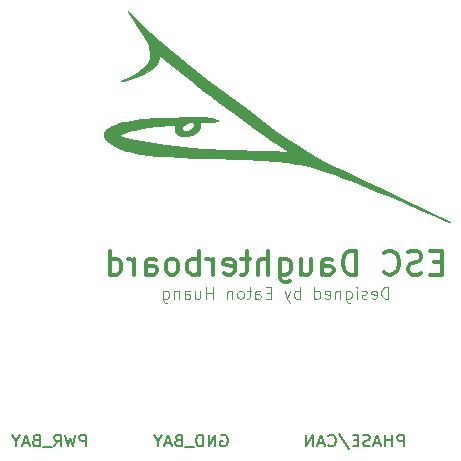
<source format=gbr>
%TF.GenerationSoftware,KiCad,Pcbnew,(6.0.1-0)*%
%TF.CreationDate,2022-12-23T21:27:24-08:00*%
%TF.ProjectId,ESC Daughterboard,45534320-4461-4756-9768-746572626f61,rev?*%
%TF.SameCoordinates,Original*%
%TF.FileFunction,Legend,Bot*%
%TF.FilePolarity,Positive*%
%FSLAX46Y46*%
G04 Gerber Fmt 4.6, Leading zero omitted, Abs format (unit mm)*
G04 Created by KiCad (PCBNEW (6.0.1-0)) date 2022-12-23 21:27:24*
%MOMM*%
%LPD*%
G01*
G04 APERTURE LIST*
%ADD10C,0.040000*%
%ADD11C,0.125000*%
%ADD12C,0.300000*%
%ADD13C,0.150000*%
G04 APERTURE END LIST*
D10*
X129241996Y-78340241D02*
X129236883Y-78350877D01*
X129236883Y-78350877D02*
X129239065Y-78370310D01*
X129239065Y-78370310D02*
X129249413Y-78399936D01*
X129249413Y-78399936D02*
X129298094Y-78495355D01*
X129298094Y-78495355D02*
X129389895Y-78648303D01*
X129389895Y-78648303D02*
X129531789Y-78869952D01*
X129531789Y-78869952D02*
X129730745Y-79171473D01*
X129730745Y-79171473D02*
X130327730Y-80058808D01*
X130327730Y-80058808D02*
X130505082Y-80323922D01*
X130505082Y-80323922D02*
X130580188Y-80439147D01*
X130580188Y-80439147D02*
X130647109Y-80544574D01*
X130647109Y-80544574D02*
X130706493Y-80641522D01*
X130706493Y-80641522D02*
X130758984Y-80731308D01*
X130758984Y-80731308D02*
X130805230Y-80815252D01*
X130805230Y-80815252D02*
X130845876Y-80894671D01*
X130845876Y-80894671D02*
X130881569Y-80970883D01*
X130881569Y-80970883D02*
X130912956Y-81045207D01*
X130912956Y-81045207D02*
X130940682Y-81118961D01*
X130940682Y-81118961D02*
X130965394Y-81193462D01*
X130965394Y-81193462D02*
X130987738Y-81270029D01*
X130987738Y-81270029D02*
X131008361Y-81349981D01*
X131008361Y-81349981D02*
X131027908Y-81434635D01*
X131027908Y-81434635D02*
X131047027Y-81525309D01*
X131047027Y-81525309D02*
X131074390Y-81675334D01*
X131074390Y-81675334D02*
X131093396Y-81816441D01*
X131093396Y-81816441D02*
X131099653Y-81883915D01*
X131099653Y-81883915D02*
X131103685Y-81949477D01*
X131103685Y-81949477D02*
X131105448Y-82013234D01*
X131105448Y-82013234D02*
X131104897Y-82075291D01*
X131104897Y-82075291D02*
X131101986Y-82135754D01*
X131101986Y-82135754D02*
X131096670Y-82194731D01*
X131096670Y-82194731D02*
X131088905Y-82252325D01*
X131088905Y-82252325D02*
X131078645Y-82308644D01*
X131078645Y-82308644D02*
X131065846Y-82363794D01*
X131065846Y-82363794D02*
X131050461Y-82417880D01*
X131050461Y-82417880D02*
X131032446Y-82471009D01*
X131032446Y-82471009D02*
X131011757Y-82523287D01*
X131011757Y-82523287D02*
X130988347Y-82574819D01*
X130988347Y-82574819D02*
X130962173Y-82625712D01*
X130962173Y-82625712D02*
X130933188Y-82676071D01*
X130933188Y-82676071D02*
X130901348Y-82726003D01*
X130901348Y-82726003D02*
X130866608Y-82775614D01*
X130866608Y-82775614D02*
X130828922Y-82825010D01*
X130828922Y-82825010D02*
X130788246Y-82874297D01*
X130788246Y-82874297D02*
X130744534Y-82923580D01*
X130744534Y-82923580D02*
X130697742Y-82972966D01*
X130697742Y-82972966D02*
X130647824Y-83022562D01*
X130647824Y-83022562D02*
X130538432Y-83122803D01*
X130538432Y-83122803D02*
X130415996Y-83225151D01*
X130415996Y-83225151D02*
X130280157Y-83330456D01*
X130280157Y-83330456D02*
X130124615Y-83444894D01*
X130124615Y-83444894D02*
X129982317Y-83543913D01*
X129982317Y-83543913D02*
X129846316Y-83631359D01*
X129846316Y-83631359D02*
X129778505Y-83671945D01*
X129778505Y-83671945D02*
X129709663Y-83711080D01*
X129709663Y-83711080D02*
X129638922Y-83749245D01*
X129638922Y-83749245D02*
X129565413Y-83786922D01*
X129565413Y-83786922D02*
X129406617Y-83862731D01*
X129406617Y-83862731D02*
X129226329Y-83942355D01*
X129226329Y-83942355D02*
X129017602Y-84029641D01*
X129017602Y-84029641D02*
X128930253Y-84065884D01*
X128930253Y-84065884D02*
X128853692Y-84098532D01*
X128853692Y-84098532D02*
X128787910Y-84127597D01*
X128787910Y-84127597D02*
X128732899Y-84153092D01*
X128732899Y-84153092D02*
X128688650Y-84175028D01*
X128688650Y-84175028D02*
X128655155Y-84193419D01*
X128655155Y-84193419D02*
X128632405Y-84208277D01*
X128632405Y-84208277D02*
X128625057Y-84214385D01*
X128625057Y-84214385D02*
X128620391Y-84219614D01*
X128620391Y-84219614D02*
X128618408Y-84223966D01*
X128618408Y-84223966D02*
X128619106Y-84227443D01*
X128619106Y-84227443D02*
X128622483Y-84230045D01*
X128622483Y-84230045D02*
X128628539Y-84231775D01*
X128628539Y-84231775D02*
X128637273Y-84232635D01*
X128637273Y-84232635D02*
X128648683Y-84232624D01*
X128648683Y-84232624D02*
X128679530Y-84230002D01*
X128679530Y-84230002D02*
X128721069Y-84223921D01*
X128721069Y-84223921D02*
X128773294Y-84214393D01*
X128773294Y-84214393D02*
X128836196Y-84201432D01*
X128836196Y-84201432D02*
X128909765Y-84185048D01*
X128909765Y-84185048D02*
X129156419Y-84124069D01*
X129156419Y-84124069D02*
X129399055Y-84055355D01*
X129399055Y-84055355D02*
X129636522Y-83979538D01*
X129636522Y-83979538D02*
X129867668Y-83897252D01*
X129867668Y-83897252D02*
X130091342Y-83809129D01*
X130091342Y-83809129D02*
X130306393Y-83715802D01*
X130306393Y-83715802D02*
X130511668Y-83617904D01*
X130511668Y-83617904D02*
X130706017Y-83516069D01*
X130706017Y-83516069D02*
X130888288Y-83410928D01*
X130888288Y-83410928D02*
X131057330Y-83303116D01*
X131057330Y-83303116D02*
X131211991Y-83193265D01*
X131211991Y-83193265D02*
X131351121Y-83082007D01*
X131351121Y-83082007D02*
X131414501Y-83026049D01*
X131414501Y-83026049D02*
X131473567Y-82969977D01*
X131473567Y-82969977D02*
X131528174Y-82913869D01*
X131528174Y-82913869D02*
X131578178Y-82857806D01*
X131578178Y-82857806D02*
X131623436Y-82801865D01*
X131623436Y-82801865D02*
X131663804Y-82746127D01*
X131663804Y-82746127D02*
X131699137Y-82690671D01*
X131699137Y-82690671D02*
X131729291Y-82635575D01*
X131729291Y-82635575D02*
X131741234Y-82610231D01*
X131741234Y-82610231D02*
X131754042Y-82580302D01*
X131754042Y-82580302D02*
X131781251Y-82509954D01*
X131781251Y-82509954D02*
X131808904Y-82431061D01*
X131808904Y-82431061D02*
X131834985Y-82350151D01*
X131834985Y-82350151D02*
X131857479Y-82273753D01*
X131857479Y-82273753D02*
X131874371Y-82208395D01*
X131874371Y-82208395D02*
X131880086Y-82181898D01*
X131880086Y-82181898D02*
X131883646Y-82160608D01*
X131883646Y-82160608D02*
X131884798Y-82145344D01*
X131884798Y-82145344D02*
X131884392Y-82140226D01*
X131884392Y-82140226D02*
X131883289Y-82136920D01*
X131883289Y-82136920D02*
X131882720Y-82135797D01*
X131882720Y-82135797D02*
X131882264Y-82134443D01*
X131882264Y-82134443D02*
X131881919Y-82132877D01*
X131881919Y-82132877D02*
X131881683Y-82131118D01*
X131881683Y-82131118D02*
X131881555Y-82129184D01*
X131881555Y-82129184D02*
X131881532Y-82127093D01*
X131881532Y-82127093D02*
X131881613Y-82124863D01*
X131881613Y-82124863D02*
X131881796Y-82122513D01*
X131881796Y-82122513D02*
X131882079Y-82120061D01*
X131882079Y-82120061D02*
X131882460Y-82117526D01*
X131882460Y-82117526D02*
X131882937Y-82114926D01*
X131882937Y-82114926D02*
X131883509Y-82112279D01*
X131883509Y-82112279D02*
X131884173Y-82109604D01*
X131884173Y-82109604D02*
X131884928Y-82106919D01*
X131884928Y-82106919D02*
X131885772Y-82104243D01*
X131885772Y-82104243D02*
X131886703Y-82101593D01*
X131886703Y-82101593D02*
X131888424Y-82098702D01*
X131888424Y-82098702D02*
X131891107Y-82096719D01*
X131891107Y-82096719D02*
X131894743Y-82095638D01*
X131894743Y-82095638D02*
X131899326Y-82095456D01*
X131899326Y-82095456D02*
X131911301Y-82097764D01*
X131911301Y-82097764D02*
X131926973Y-82103604D01*
X131926973Y-82103604D02*
X131946284Y-82112936D01*
X131946284Y-82112936D02*
X131969175Y-82125720D01*
X131969175Y-82125720D02*
X131995586Y-82141916D01*
X131995586Y-82141916D02*
X132025459Y-82161485D01*
X132025459Y-82161485D02*
X132095356Y-82210582D01*
X132095356Y-82210582D02*
X132178396Y-82272690D01*
X132178396Y-82272690D02*
X132274107Y-82347494D01*
X132274107Y-82347494D02*
X132382020Y-82434673D01*
X132382020Y-82434673D02*
X133434109Y-83283180D01*
X133434109Y-83283180D02*
X134638099Y-84246351D01*
X134638099Y-84246351D02*
X135432968Y-84870557D01*
X135432968Y-84870557D02*
X136239032Y-85488683D01*
X136239032Y-85488683D02*
X137141154Y-86165031D01*
X137141154Y-86165031D02*
X138224198Y-86963904D01*
X138224198Y-86963904D02*
X139231343Y-87700000D01*
X139231343Y-87700000D02*
X140021524Y-88269709D01*
X140021524Y-88269709D02*
X140721994Y-88763858D01*
X140721994Y-88763858D02*
X141460000Y-89273272D01*
X141460000Y-89273272D02*
X141840295Y-89534385D01*
X141840295Y-89534385D02*
X142128784Y-89733965D01*
X142128784Y-89733965D02*
X142346346Y-89886566D01*
X142346346Y-89886566D02*
X142513862Y-90006744D01*
X142513862Y-90006744D02*
X142587720Y-90059785D01*
X142587720Y-90059785D02*
X142663832Y-90113133D01*
X142663832Y-90113133D02*
X142733238Y-90160580D01*
X142733238Y-90160580D02*
X142762625Y-90180151D01*
X142762625Y-90180151D02*
X142786976Y-90195920D01*
X142786976Y-90195920D02*
X142890876Y-90261898D01*
X142890876Y-90261898D02*
X142807755Y-90254699D01*
X142807755Y-90254699D02*
X142284576Y-90211675D01*
X142284576Y-90211675D02*
X141832330Y-90181077D01*
X141832330Y-90181077D02*
X141352741Y-90157159D01*
X141352741Y-90157159D02*
X140747529Y-90134173D01*
X140747529Y-90134173D02*
X139862527Y-90107121D01*
X139862527Y-90107121D02*
X138740739Y-90080738D01*
X138740739Y-90080738D02*
X137771147Y-90057178D01*
X137771147Y-90057178D02*
X137013788Y-90030354D01*
X137013788Y-90030354D02*
X136334703Y-89994417D01*
X136334703Y-89994417D02*
X135599935Y-89943513D01*
X135599935Y-89943513D02*
X134633615Y-89870375D01*
X134633615Y-89870375D02*
X134001078Y-89819675D01*
X134001078Y-89819675D02*
X133774592Y-89799741D01*
X133774592Y-89799741D02*
X133589087Y-89781819D01*
X133589087Y-89781819D02*
X133430410Y-89764709D01*
X133430410Y-89764709D02*
X133284406Y-89747213D01*
X133284406Y-89747213D02*
X132348507Y-89620090D01*
X132348507Y-89620090D02*
X131348575Y-89466696D01*
X131348575Y-89466696D02*
X130342368Y-89296352D01*
X130342368Y-89296352D02*
X129387639Y-89118383D01*
X129387639Y-89118383D02*
X129299249Y-89100659D01*
X129299249Y-89100659D02*
X129220639Y-89083976D01*
X129220639Y-89083976D02*
X129148450Y-89067461D01*
X129148450Y-89067461D02*
X129079320Y-89050244D01*
X129079320Y-89050244D02*
X129009888Y-89031450D01*
X129009888Y-89031450D02*
X128936791Y-89010208D01*
X128936791Y-89010208D02*
X128856668Y-88985645D01*
X128856668Y-88985645D02*
X128766158Y-88956890D01*
X128766158Y-88956890D02*
X128540618Y-88884622D01*
X128540618Y-88884622D02*
X128469427Y-88862022D01*
X128469427Y-88862022D02*
X128440203Y-88852989D01*
X128440203Y-88852989D02*
X128437543Y-88851697D01*
X128437543Y-88851697D02*
X128436764Y-88849587D01*
X128436764Y-88849587D02*
X128437794Y-88846696D01*
X128437794Y-88846696D02*
X128440562Y-88843062D01*
X128440562Y-88843062D02*
X128451020Y-88833719D01*
X128451020Y-88833719D02*
X128467563Y-88821861D01*
X128467563Y-88821861D02*
X128516597Y-88791819D01*
X128516597Y-88791819D02*
X128583050Y-88755367D01*
X128583050Y-88755367D02*
X128662313Y-88714939D01*
X128662313Y-88714939D02*
X128749774Y-88672968D01*
X128749774Y-88672968D02*
X128840821Y-88631885D01*
X128840821Y-88631885D02*
X128930843Y-88594124D01*
X128930843Y-88594124D02*
X129073997Y-88538515D01*
X129073997Y-88538515D02*
X129211094Y-88489269D01*
X129211094Y-88489269D02*
X129346262Y-88445260D01*
X129346262Y-88445260D02*
X129483629Y-88405357D01*
X129483629Y-88405357D02*
X129627325Y-88368432D01*
X129627325Y-88368432D02*
X129781477Y-88333356D01*
X129781477Y-88333356D02*
X129950214Y-88299000D01*
X129950214Y-88299000D02*
X130137664Y-88264236D01*
X130137664Y-88264236D02*
X130384616Y-88219669D01*
X130384616Y-88219669D02*
X130594832Y-88180892D01*
X130594832Y-88180892D02*
X130770412Y-88150651D01*
X130770412Y-88150651D02*
X130971632Y-88120955D01*
X130971632Y-88120955D02*
X131194304Y-88092248D01*
X131194304Y-88092248D02*
X131434240Y-88064976D01*
X131434240Y-88064976D02*
X131687253Y-88039587D01*
X131687253Y-88039587D02*
X131949156Y-88016526D01*
X131949156Y-88016526D02*
X132215760Y-87996240D01*
X132215760Y-87996240D02*
X132482879Y-87979174D01*
X132482879Y-87979174D02*
X132660546Y-87968367D01*
X132660546Y-87968367D02*
X132832676Y-87956900D01*
X132832676Y-87956900D02*
X132979618Y-87946142D01*
X132979618Y-87946142D02*
X133081725Y-87937465D01*
X133081725Y-87937465D02*
X133149758Y-87930601D01*
X133149758Y-87930601D02*
X133176677Y-87927989D01*
X133176677Y-87927989D02*
X133199279Y-87926110D01*
X133199279Y-87926110D02*
X133217876Y-87925099D01*
X133217876Y-87925099D02*
X133225770Y-87924964D01*
X133225770Y-87924964D02*
X133232780Y-87925097D01*
X133232780Y-87925097D02*
X133238944Y-87925517D01*
X133238944Y-87925517D02*
X133244302Y-87926241D01*
X133244302Y-87926241D02*
X133248892Y-87927286D01*
X133248892Y-87927286D02*
X133252754Y-87928670D01*
X133252754Y-87928670D02*
X133255925Y-87930409D01*
X133255925Y-87930409D02*
X133258446Y-87932521D01*
X133258446Y-87932521D02*
X133260356Y-87935024D01*
X133260356Y-87935024D02*
X133261692Y-87937934D01*
X133261692Y-87937934D02*
X133262495Y-87941269D01*
X133262495Y-87941269D02*
X133262802Y-87945046D01*
X133262802Y-87945046D02*
X133262654Y-87949283D01*
X133262654Y-87949283D02*
X133262088Y-87953996D01*
X133262088Y-87953996D02*
X133261145Y-87959203D01*
X133261145Y-87959203D02*
X133259862Y-87964922D01*
X133259862Y-87964922D02*
X133256435Y-87977962D01*
X133256435Y-87977962D02*
X133247224Y-88010938D01*
X133247224Y-88010938D02*
X133240701Y-88038815D01*
X133240701Y-88038815D02*
X133235180Y-88069674D01*
X133235180Y-88069674D02*
X133230652Y-88103004D01*
X133230652Y-88103004D02*
X133227107Y-88138297D01*
X133227107Y-88138297D02*
X133224533Y-88175042D01*
X133224533Y-88175042D02*
X133222923Y-88212729D01*
X133222923Y-88212729D02*
X133222264Y-88250850D01*
X133222264Y-88250850D02*
X133222548Y-88288894D01*
X133222548Y-88288894D02*
X133223764Y-88326352D01*
X133223764Y-88326352D02*
X133225902Y-88362714D01*
X133225902Y-88362714D02*
X133228953Y-88397471D01*
X133228953Y-88397471D02*
X133232905Y-88430113D01*
X133232905Y-88430113D02*
X133237751Y-88460129D01*
X133237751Y-88460129D02*
X133243478Y-88487012D01*
X133243478Y-88487012D02*
X133250078Y-88510250D01*
X133250078Y-88510250D02*
X133257540Y-88529334D01*
X133257540Y-88529334D02*
X133283101Y-88577221D01*
X133283101Y-88577221D02*
X133313227Y-88621823D01*
X133313227Y-88621823D02*
X133347677Y-88663147D01*
X133347677Y-88663147D02*
X133386209Y-88701201D01*
X133386209Y-88701201D02*
X133428581Y-88735993D01*
X133428581Y-88735993D02*
X133474550Y-88767531D01*
X133474550Y-88767531D02*
X133523875Y-88795821D01*
X133523875Y-88795821D02*
X133576314Y-88820873D01*
X133576314Y-88820873D02*
X133631625Y-88842692D01*
X133631625Y-88842692D02*
X133689565Y-88861287D01*
X133689565Y-88861287D02*
X133749892Y-88876666D01*
X133749892Y-88876666D02*
X133812366Y-88888836D01*
X133812366Y-88888836D02*
X133876743Y-88897805D01*
X133876743Y-88897805D02*
X133942781Y-88903580D01*
X133942781Y-88903580D02*
X134078876Y-88905579D01*
X134078876Y-88905579D02*
X134218712Y-88894896D01*
X134218712Y-88894896D02*
X134360355Y-88871590D01*
X134360355Y-88871590D02*
X134501868Y-88835724D01*
X134501868Y-88835724D02*
X134641315Y-88787357D01*
X134641315Y-88787357D02*
X134709659Y-88758505D01*
X134709659Y-88758505D02*
X134776760Y-88726551D01*
X134776760Y-88726551D02*
X134842377Y-88691503D01*
X134842377Y-88691503D02*
X134906267Y-88653367D01*
X134906267Y-88653367D02*
X134968189Y-88612153D01*
X134968189Y-88612153D02*
X135027900Y-88567866D01*
X135027900Y-88567866D02*
X135085158Y-88520516D01*
X135085158Y-88520516D02*
X135139722Y-88470109D01*
X135139722Y-88470109D02*
X135169485Y-88438211D01*
X135169485Y-88438211D02*
X135197225Y-88402869D01*
X135197225Y-88402869D02*
X135222843Y-88364486D01*
X135222843Y-88364486D02*
X135246236Y-88323463D01*
X135246236Y-88323463D02*
X135267304Y-88280200D01*
X135267304Y-88280200D02*
X135285944Y-88235100D01*
X135285944Y-88235100D02*
X135302057Y-88188563D01*
X135302057Y-88188563D02*
X135315539Y-88140991D01*
X135315539Y-88140991D02*
X135326291Y-88092785D01*
X135326291Y-88092785D02*
X135334211Y-88044346D01*
X135334211Y-88044346D02*
X135339197Y-87996076D01*
X135339197Y-87996076D02*
X135340546Y-87963103D01*
X135340546Y-87963103D02*
X134815118Y-87963103D01*
X134815118Y-87963103D02*
X134814323Y-87992515D01*
X134814323Y-87992515D02*
X134810956Y-88021197D01*
X134810956Y-88021197D02*
X134808271Y-88035119D01*
X134808271Y-88035119D02*
X134804898Y-88048684D01*
X134804898Y-88048684D02*
X134800822Y-88061834D01*
X134800822Y-88061834D02*
X134796029Y-88074512D01*
X134796029Y-88074512D02*
X134790504Y-88086658D01*
X134790504Y-88086658D02*
X134784231Y-88098216D01*
X134784231Y-88098216D02*
X134761204Y-88133622D01*
X134761204Y-88133622D02*
X134735203Y-88167291D01*
X134735203Y-88167291D02*
X134706469Y-88199195D01*
X134706469Y-88199195D02*
X134675246Y-88229304D01*
X134675246Y-88229304D02*
X134641776Y-88257587D01*
X134641776Y-88257587D02*
X134606304Y-88284014D01*
X134606304Y-88284014D02*
X134569072Y-88308556D01*
X134569072Y-88308556D02*
X134530323Y-88331183D01*
X134530323Y-88331183D02*
X134490299Y-88351865D01*
X134490299Y-88351865D02*
X134449245Y-88370572D01*
X134449245Y-88370572D02*
X134407403Y-88387273D01*
X134407403Y-88387273D02*
X134365017Y-88401941D01*
X134365017Y-88401941D02*
X134322329Y-88414543D01*
X134322329Y-88414543D02*
X134279582Y-88425051D01*
X134279582Y-88425051D02*
X134237019Y-88433434D01*
X134237019Y-88433434D02*
X134194884Y-88439663D01*
X134194884Y-88439663D02*
X134153420Y-88443708D01*
X134153420Y-88443708D02*
X134112869Y-88445538D01*
X134112869Y-88445538D02*
X134073475Y-88445124D01*
X134073475Y-88445124D02*
X134035481Y-88442437D01*
X134035481Y-88442437D02*
X133999129Y-88437445D01*
X133999129Y-88437445D02*
X133964663Y-88430120D01*
X133964663Y-88430120D02*
X133932326Y-88420431D01*
X133932326Y-88420431D02*
X133902362Y-88408349D01*
X133902362Y-88408349D02*
X133875012Y-88393843D01*
X133875012Y-88393843D02*
X133850520Y-88376883D01*
X133850520Y-88376883D02*
X133829129Y-88357441D01*
X133829129Y-88357441D02*
X133811083Y-88335485D01*
X133811083Y-88335485D02*
X133796623Y-88310986D01*
X133796623Y-88310986D02*
X133785994Y-88283915D01*
X133785994Y-88283915D02*
X133779439Y-88254240D01*
X133779439Y-88254240D02*
X133777199Y-88221933D01*
X133777199Y-88221933D02*
X133778152Y-88208359D01*
X133778152Y-88208359D02*
X133780959Y-88194022D01*
X133780959Y-88194022D02*
X133785547Y-88178986D01*
X133785547Y-88178986D02*
X133791840Y-88163315D01*
X133791840Y-88163315D02*
X133809248Y-88130320D01*
X133809248Y-88130320D02*
X133832585Y-88095548D01*
X133832585Y-88095548D02*
X133861256Y-88059507D01*
X133861256Y-88059507D02*
X133894665Y-88022709D01*
X133894665Y-88022709D02*
X133932216Y-87985661D01*
X133932216Y-87985661D02*
X133973314Y-87948875D01*
X133973314Y-87948875D02*
X134017361Y-87912859D01*
X134017361Y-87912859D02*
X134063762Y-87878123D01*
X134063762Y-87878123D02*
X134111921Y-87845177D01*
X134111921Y-87845177D02*
X134161243Y-87814531D01*
X134161243Y-87814531D02*
X134211131Y-87786693D01*
X134211131Y-87786693D02*
X134260989Y-87762175D01*
X134260989Y-87762175D02*
X134310221Y-87741485D01*
X134310221Y-87741485D02*
X134358231Y-87725133D01*
X134358231Y-87725133D02*
X134373368Y-87721162D01*
X134373368Y-87721162D02*
X134390126Y-87717710D01*
X134390126Y-87717710D02*
X134408313Y-87714778D01*
X134408313Y-87714778D02*
X134427740Y-87712366D01*
X134427740Y-87712366D02*
X134448216Y-87710475D01*
X134448216Y-87710475D02*
X134469552Y-87709105D01*
X134469552Y-87709105D02*
X134491556Y-87708258D01*
X134491556Y-87708258D02*
X134514038Y-87707934D01*
X134514038Y-87707934D02*
X134536808Y-87708133D01*
X134536808Y-87708133D02*
X134559676Y-87708857D01*
X134559676Y-87708857D02*
X134582450Y-87710105D01*
X134582450Y-87710105D02*
X134604942Y-87711879D01*
X134604942Y-87711879D02*
X134626960Y-87714180D01*
X134626960Y-87714180D02*
X134648314Y-87717007D01*
X134648314Y-87717007D02*
X134668814Y-87720361D01*
X134668814Y-87720361D02*
X134688270Y-87724244D01*
X134688270Y-87724244D02*
X134698227Y-87727059D01*
X134698227Y-87727059D02*
X134707885Y-87731027D01*
X134707885Y-87731027D02*
X134717228Y-87736091D01*
X134717228Y-87736091D02*
X134726242Y-87742191D01*
X134726242Y-87742191D02*
X134734911Y-87749270D01*
X134734911Y-87749270D02*
X134743221Y-87757270D01*
X134743221Y-87757270D02*
X134751156Y-87766132D01*
X134751156Y-87766132D02*
X134758702Y-87775799D01*
X134758702Y-87775799D02*
X134765844Y-87786213D01*
X134765844Y-87786213D02*
X134772567Y-87797315D01*
X134772567Y-87797315D02*
X134784696Y-87821352D01*
X134784696Y-87821352D02*
X134794969Y-87847446D01*
X134794969Y-87847446D02*
X134803267Y-87875133D01*
X134803267Y-87875133D02*
X134809471Y-87903948D01*
X134809471Y-87903948D02*
X134813461Y-87933426D01*
X134813461Y-87933426D02*
X134815118Y-87963103D01*
X134815118Y-87963103D02*
X135340546Y-87963103D01*
X135340546Y-87963103D02*
X135341148Y-87948375D01*
X135341148Y-87948375D02*
X135339963Y-87901646D01*
X135339963Y-87901646D02*
X135335541Y-87856289D01*
X135335541Y-87856289D02*
X135327779Y-87812705D01*
X135327779Y-87812705D02*
X135316578Y-87771296D01*
X135316578Y-87771296D02*
X135312726Y-87759188D01*
X135312726Y-87759188D02*
X135309127Y-87747540D01*
X135309127Y-87747540D02*
X135305861Y-87736634D01*
X135305861Y-87736634D02*
X135303006Y-87726748D01*
X135303006Y-87726748D02*
X135300642Y-87718164D01*
X135300642Y-87718164D02*
X135298847Y-87711160D01*
X135298847Y-87711160D02*
X135297701Y-87706018D01*
X135297701Y-87706018D02*
X135297396Y-87704232D01*
X135297396Y-87704232D02*
X135297283Y-87703017D01*
X135297283Y-87703017D02*
X135298732Y-87702110D01*
X135298732Y-87702110D02*
X135303011Y-87701228D01*
X135303011Y-87701228D02*
X135319481Y-87699558D01*
X135319481Y-87699558D02*
X135345538Y-87698043D01*
X135345538Y-87698043D02*
X135380024Y-87696718D01*
X135380024Y-87696718D02*
X135469664Y-87694783D01*
X135469664Y-87694783D02*
X135579154Y-87694038D01*
X135579154Y-87694038D02*
X135817180Y-87692158D01*
X135817180Y-87692158D02*
X136043195Y-87686831D01*
X136043195Y-87686831D02*
X136251745Y-87678444D01*
X136251745Y-87678444D02*
X136437374Y-87667385D01*
X136437374Y-87667385D02*
X136594626Y-87654040D01*
X136594626Y-87654040D02*
X136660905Y-87646631D01*
X136660905Y-87646631D02*
X136718044Y-87638796D01*
X136718044Y-87638796D02*
X136765362Y-87630583D01*
X136765362Y-87630583D02*
X136802175Y-87622041D01*
X136802175Y-87622041D02*
X136827802Y-87613218D01*
X136827802Y-87613218D02*
X136836208Y-87608716D01*
X136836208Y-87608716D02*
X136841561Y-87604162D01*
X136841561Y-87604162D02*
X136846008Y-87596247D01*
X136846008Y-87596247D02*
X136846750Y-87587825D01*
X136846750Y-87587825D02*
X136843922Y-87578935D01*
X136843922Y-87578935D02*
X136837660Y-87569617D01*
X136837660Y-87569617D02*
X136815377Y-87549862D01*
X136815377Y-87549862D02*
X136780987Y-87528884D01*
X136780987Y-87528884D02*
X136735579Y-87507007D01*
X136735579Y-87507007D02*
X136680238Y-87484554D01*
X136680238Y-87484554D02*
X136616052Y-87461849D01*
X136616052Y-87461849D02*
X136544106Y-87439218D01*
X136544106Y-87439218D02*
X136381283Y-87395468D01*
X136381283Y-87395468D02*
X136200464Y-87355897D01*
X136200464Y-87355897D02*
X136106023Y-87338488D01*
X136106023Y-87338488D02*
X136010343Y-87323095D01*
X136010343Y-87323095D02*
X135914511Y-87310043D01*
X135914511Y-87310043D02*
X135819613Y-87299655D01*
X135819613Y-87299655D02*
X135585248Y-87288527D01*
X135585248Y-87288527D02*
X135206747Y-87283548D01*
X135206747Y-87283548D02*
X134152422Y-87290137D01*
X134152422Y-87290137D02*
X132926813Y-87315623D01*
X132926813Y-87315623D02*
X131800094Y-87356208D01*
X131800094Y-87356208D02*
X131296822Y-87385209D01*
X131296822Y-87385209D02*
X130816131Y-87423178D01*
X130816131Y-87423178D02*
X130359308Y-87469744D01*
X130359308Y-87469744D02*
X129927640Y-87524536D01*
X129927640Y-87524536D02*
X129522414Y-87587182D01*
X129522414Y-87587182D02*
X129144917Y-87657311D01*
X129144917Y-87657311D02*
X128796436Y-87734552D01*
X128796436Y-87734552D02*
X128478258Y-87818534D01*
X128478258Y-87818534D02*
X128330934Y-87862937D01*
X128330934Y-87862937D02*
X128191669Y-87908886D01*
X128191669Y-87908886D02*
X128060623Y-87956335D01*
X128060623Y-87956335D02*
X127937957Y-88005237D01*
X127937957Y-88005237D02*
X127823832Y-88055545D01*
X127823832Y-88055545D02*
X127718409Y-88107215D01*
X127718409Y-88107215D02*
X127621848Y-88160198D01*
X127621848Y-88160198D02*
X127534311Y-88214449D01*
X127534311Y-88214449D02*
X127455958Y-88269921D01*
X127455958Y-88269921D02*
X127386951Y-88326568D01*
X127386951Y-88326568D02*
X127327450Y-88384344D01*
X127327450Y-88384344D02*
X127277616Y-88443202D01*
X127277616Y-88443202D02*
X127237609Y-88503096D01*
X127237609Y-88503096D02*
X127207592Y-88563978D01*
X127207592Y-88563978D02*
X127187724Y-88625804D01*
X127187724Y-88625804D02*
X127178167Y-88688527D01*
X127178167Y-88688527D02*
X127176653Y-88723932D01*
X127176653Y-88723932D02*
X127177013Y-88759096D01*
X127177013Y-88759096D02*
X127179247Y-88794021D01*
X127179247Y-88794021D02*
X127183357Y-88828710D01*
X127183357Y-88828710D02*
X127189346Y-88863164D01*
X127189346Y-88863164D02*
X127197215Y-88897386D01*
X127197215Y-88897386D02*
X127206966Y-88931378D01*
X127206966Y-88931378D02*
X127218601Y-88965142D01*
X127218601Y-88965142D02*
X127247531Y-89031996D01*
X127247531Y-89031996D02*
X127284020Y-89097964D01*
X127284020Y-89097964D02*
X127328084Y-89163064D01*
X127328084Y-89163064D02*
X127379737Y-89227313D01*
X127379737Y-89227313D02*
X127438995Y-89290730D01*
X127438995Y-89290730D02*
X127505873Y-89353330D01*
X127505873Y-89353330D02*
X127580387Y-89415132D01*
X127580387Y-89415132D02*
X127662550Y-89476154D01*
X127662550Y-89476154D02*
X127752379Y-89536411D01*
X127752379Y-89536411D02*
X127849890Y-89595922D01*
X127849890Y-89595922D02*
X127955096Y-89654705D01*
X127955096Y-89654705D02*
X128068014Y-89712776D01*
X128068014Y-89712776D02*
X128267036Y-89807431D01*
X128267036Y-89807431D02*
X128467362Y-89894900D01*
X128467362Y-89894900D02*
X128671058Y-89975587D01*
X128671058Y-89975587D02*
X128880189Y-90049895D01*
X128880189Y-90049895D02*
X129096823Y-90118227D01*
X129096823Y-90118227D02*
X129323026Y-90180988D01*
X129323026Y-90180988D02*
X129560865Y-90238580D01*
X129560865Y-90238580D02*
X129812406Y-90291408D01*
X129812406Y-90291408D02*
X130364860Y-90384381D01*
X130364860Y-90384381D02*
X130996923Y-90463134D01*
X130996923Y-90463134D02*
X131725125Y-90530897D01*
X131725125Y-90530897D02*
X132565999Y-90590896D01*
X132565999Y-90590896D02*
X133748777Y-90661199D01*
X133748777Y-90661199D02*
X134805891Y-90713648D01*
X134805891Y-90713648D02*
X135796921Y-90750847D01*
X135796921Y-90750847D02*
X136781446Y-90775396D01*
X136781446Y-90775396D02*
X138246605Y-90805100D01*
X138246605Y-90805100D02*
X138761740Y-90818431D01*
X138761740Y-90818431D02*
X139187897Y-90832968D01*
X139187897Y-90832968D02*
X139567065Y-90850379D01*
X139567065Y-90850379D02*
X139941233Y-90872330D01*
X139941233Y-90872330D02*
X140842525Y-90936517D01*
X140842525Y-90936517D02*
X141461199Y-90984058D01*
X141461199Y-90984058D02*
X141984039Y-91027876D01*
X141984039Y-91027876D02*
X142428791Y-91070134D01*
X142428791Y-91070134D02*
X142813200Y-91112994D01*
X142813200Y-91112994D02*
X143155011Y-91158619D01*
X143155011Y-91158619D02*
X143471967Y-91209174D01*
X143471967Y-91209174D02*
X143781815Y-91266820D01*
X143781815Y-91266820D02*
X144102298Y-91333720D01*
X144102298Y-91333720D02*
X144573339Y-91443478D01*
X144573339Y-91443478D02*
X145050331Y-91570713D01*
X145050331Y-91570713D02*
X145554711Y-91722878D01*
X145554711Y-91722878D02*
X146107919Y-91907425D01*
X146107919Y-91907425D02*
X146731393Y-92131804D01*
X146731393Y-92131804D02*
X147446572Y-92403468D01*
X147446572Y-92403468D02*
X148274893Y-92729868D01*
X148274893Y-92729868D02*
X149237796Y-93118457D01*
X149237796Y-93118457D02*
X150371811Y-93578149D01*
X150371811Y-93578149D02*
X151139261Y-93891820D01*
X151139261Y-93891820D02*
X151978988Y-94243891D01*
X151978988Y-94243891D02*
X154236961Y-95216607D01*
X154236961Y-95216607D02*
X155025836Y-95558871D01*
X155025836Y-95558871D02*
X155513469Y-95768994D01*
X155513469Y-95768994D02*
X155979284Y-95966606D01*
X155979284Y-95966606D02*
X156141287Y-96034914D01*
X156141287Y-96034914D02*
X156262917Y-96085755D01*
X156262917Y-96085755D02*
X156349349Y-96121280D01*
X156349349Y-96121280D02*
X156405754Y-96143636D01*
X156405754Y-96143636D02*
X156424314Y-96150547D01*
X156424314Y-96150547D02*
X156437307Y-96154972D01*
X156437307Y-96154972D02*
X156445380Y-96157180D01*
X156445380Y-96157180D02*
X156447774Y-96157536D01*
X156447774Y-96157536D02*
X156449180Y-96157438D01*
X156449180Y-96157438D02*
X156299005Y-96076730D01*
X156299005Y-96076730D02*
X155808792Y-95835834D01*
X155808792Y-95835834D02*
X153720420Y-94830760D01*
X153720420Y-94830760D02*
X151785313Y-93901459D01*
X151785313Y-93901459D02*
X150532117Y-93292938D01*
X150532117Y-93292938D02*
X149628794Y-92851320D01*
X149628794Y-92851320D02*
X149042025Y-92568797D01*
X149042025Y-92568797D02*
X148527909Y-92329830D01*
X148527909Y-92329830D02*
X147842543Y-92018878D01*
X147842543Y-92018878D02*
X147355135Y-91796783D01*
X147355135Y-91796783D02*
X146923992Y-91596547D01*
X146923992Y-91596547D02*
X146538767Y-91412986D01*
X146538767Y-91412986D02*
X146189111Y-91240913D01*
X146189111Y-91240913D02*
X145864678Y-91075144D01*
X145864678Y-91075144D02*
X145555118Y-90910494D01*
X145555118Y-90910494D02*
X145250084Y-90741777D01*
X145250084Y-90741777D02*
X144939228Y-90563807D01*
X144939228Y-90563807D02*
X144258608Y-90154008D01*
X144258608Y-90154008D02*
X143513229Y-89675220D01*
X143513229Y-89675220D02*
X142672291Y-89105337D01*
X142672291Y-89105337D02*
X141704994Y-88422250D01*
X141704994Y-88422250D02*
X140580540Y-87603854D01*
X140580540Y-87603854D02*
X139268130Y-86628040D01*
X139268130Y-86628040D02*
X135956243Y-84115731D01*
X135956243Y-84115731D02*
X134643279Y-83104390D01*
X134643279Y-83104390D02*
X134121552Y-82694260D01*
X134121552Y-82694260D02*
X133650447Y-82315947D01*
X133650447Y-82315947D02*
X133200553Y-81945545D01*
X133200553Y-81945545D02*
X132742458Y-81559147D01*
X132742458Y-81559147D02*
X131684022Y-80642737D01*
X131684022Y-80642737D02*
X131231641Y-80243803D01*
X131231641Y-80243803D02*
X131045862Y-80075935D01*
X131045862Y-80075935D02*
X130868819Y-79912066D01*
X130868819Y-79912066D02*
X130686857Y-79739395D01*
X130686857Y-79739395D02*
X130486322Y-79545123D01*
X130486322Y-79545123D02*
X129974911Y-79040570D01*
X129974911Y-79040570D02*
X129698613Y-78767389D01*
X129698613Y-78767389D02*
X129470505Y-78543678D01*
X129470505Y-78543678D02*
X129314255Y-78392522D01*
X129314255Y-78392522D02*
X129270473Y-78351366D01*
X129270473Y-78351366D02*
X129258463Y-78340656D01*
X129258463Y-78340656D02*
X129253533Y-78337006D01*
X129253533Y-78337006D02*
X129241996Y-78340241D01*
G36*
X135334211Y-88044346D02*
G01*
X135326291Y-88092785D01*
X135315539Y-88140991D01*
X135302057Y-88188563D01*
X135285944Y-88235100D01*
X135267304Y-88280200D01*
X135246236Y-88323463D01*
X135222843Y-88364486D01*
X135197225Y-88402869D01*
X135169485Y-88438211D01*
X135139722Y-88470109D01*
X135085158Y-88520516D01*
X135027900Y-88567866D01*
X134968189Y-88612153D01*
X134906267Y-88653367D01*
X134842377Y-88691503D01*
X134776760Y-88726551D01*
X134709659Y-88758505D01*
X134641315Y-88787357D01*
X134501868Y-88835724D01*
X134360355Y-88871590D01*
X134218712Y-88894896D01*
X134078876Y-88905579D01*
X133942781Y-88903580D01*
X133876743Y-88897805D01*
X133812366Y-88888836D01*
X133749892Y-88876666D01*
X133689565Y-88861287D01*
X133631625Y-88842692D01*
X133576314Y-88820873D01*
X133523875Y-88795821D01*
X133474550Y-88767531D01*
X133428581Y-88735993D01*
X133386209Y-88701201D01*
X133347677Y-88663147D01*
X133313227Y-88621823D01*
X133283101Y-88577221D01*
X133257540Y-88529334D01*
X133250078Y-88510250D01*
X133243478Y-88487012D01*
X133237751Y-88460129D01*
X133232905Y-88430113D01*
X133228953Y-88397471D01*
X133225902Y-88362714D01*
X133223764Y-88326352D01*
X133222548Y-88288894D01*
X133222264Y-88250850D01*
X133222764Y-88221933D01*
X133777199Y-88221933D01*
X133779439Y-88254240D01*
X133785994Y-88283915D01*
X133796623Y-88310986D01*
X133811083Y-88335485D01*
X133829129Y-88357441D01*
X133850520Y-88376883D01*
X133875012Y-88393843D01*
X133902362Y-88408349D01*
X133932326Y-88420431D01*
X133964663Y-88430120D01*
X133999129Y-88437445D01*
X134035481Y-88442437D01*
X134073475Y-88445124D01*
X134112869Y-88445538D01*
X134153420Y-88443708D01*
X134194884Y-88439663D01*
X134237019Y-88433434D01*
X134279582Y-88425051D01*
X134322329Y-88414543D01*
X134365017Y-88401941D01*
X134407403Y-88387273D01*
X134449245Y-88370572D01*
X134490299Y-88351865D01*
X134530323Y-88331183D01*
X134569072Y-88308556D01*
X134606304Y-88284014D01*
X134641776Y-88257587D01*
X134675246Y-88229304D01*
X134706469Y-88199195D01*
X134735203Y-88167291D01*
X134761204Y-88133622D01*
X134784231Y-88098216D01*
X134790504Y-88086658D01*
X134796029Y-88074512D01*
X134800822Y-88061834D01*
X134804898Y-88048684D01*
X134808271Y-88035119D01*
X134810956Y-88021197D01*
X134814323Y-87992515D01*
X134815118Y-87963103D01*
X134813461Y-87933426D01*
X134809471Y-87903948D01*
X134803267Y-87875133D01*
X134794969Y-87847446D01*
X134784696Y-87821352D01*
X134772567Y-87797315D01*
X134765844Y-87786213D01*
X134758702Y-87775799D01*
X134751156Y-87766132D01*
X134743221Y-87757270D01*
X134734911Y-87749270D01*
X134726242Y-87742191D01*
X134717228Y-87736091D01*
X134707885Y-87731027D01*
X134698227Y-87727059D01*
X134688270Y-87724244D01*
X134668814Y-87720361D01*
X134648314Y-87717007D01*
X134626960Y-87714180D01*
X134604942Y-87711879D01*
X134582450Y-87710105D01*
X134559676Y-87708857D01*
X134536808Y-87708133D01*
X134514038Y-87707934D01*
X134491556Y-87708258D01*
X134469552Y-87709105D01*
X134448216Y-87710475D01*
X134427740Y-87712366D01*
X134408313Y-87714778D01*
X134390126Y-87717710D01*
X134373368Y-87721162D01*
X134358231Y-87725133D01*
X134310221Y-87741485D01*
X134260989Y-87762175D01*
X134211131Y-87786693D01*
X134161243Y-87814531D01*
X134111921Y-87845177D01*
X134063762Y-87878123D01*
X134017361Y-87912859D01*
X133973314Y-87948875D01*
X133932216Y-87985661D01*
X133894665Y-88022709D01*
X133861256Y-88059507D01*
X133832585Y-88095548D01*
X133809248Y-88130320D01*
X133791840Y-88163315D01*
X133785547Y-88178986D01*
X133780959Y-88194022D01*
X133778152Y-88208359D01*
X133777199Y-88221933D01*
X133222764Y-88221933D01*
X133222923Y-88212729D01*
X133224533Y-88175042D01*
X133227107Y-88138297D01*
X133230652Y-88103004D01*
X133235180Y-88069674D01*
X133240701Y-88038815D01*
X133247224Y-88010938D01*
X133256435Y-87977962D01*
X133259862Y-87964922D01*
X133261145Y-87959203D01*
X133262088Y-87953996D01*
X133262654Y-87949283D01*
X133262802Y-87945046D01*
X133262495Y-87941269D01*
X133261692Y-87937934D01*
X133260356Y-87935024D01*
X133258446Y-87932521D01*
X133255925Y-87930409D01*
X133252754Y-87928670D01*
X133248892Y-87927286D01*
X133244302Y-87926241D01*
X133238944Y-87925517D01*
X133232780Y-87925097D01*
X133225770Y-87924964D01*
X133217876Y-87925099D01*
X133199279Y-87926110D01*
X133176677Y-87927989D01*
X133149758Y-87930601D01*
X133081725Y-87937465D01*
X132979618Y-87946142D01*
X132832676Y-87956900D01*
X132660546Y-87968367D01*
X132482879Y-87979174D01*
X132215760Y-87996240D01*
X131949156Y-88016526D01*
X131687253Y-88039587D01*
X131434240Y-88064976D01*
X131194304Y-88092248D01*
X130971632Y-88120955D01*
X130770412Y-88150651D01*
X130594832Y-88180892D01*
X130384616Y-88219669D01*
X130137664Y-88264236D01*
X129950214Y-88299000D01*
X129781477Y-88333356D01*
X129627325Y-88368432D01*
X129483629Y-88405357D01*
X129346262Y-88445260D01*
X129211094Y-88489269D01*
X129073997Y-88538515D01*
X128930843Y-88594124D01*
X128840821Y-88631885D01*
X128749774Y-88672968D01*
X128662313Y-88714939D01*
X128583050Y-88755367D01*
X128516597Y-88791819D01*
X128467563Y-88821861D01*
X128451020Y-88833719D01*
X128440562Y-88843062D01*
X128437794Y-88846696D01*
X128436764Y-88849587D01*
X128437543Y-88851697D01*
X128440203Y-88852989D01*
X128469427Y-88862022D01*
X128540618Y-88884622D01*
X128766158Y-88956890D01*
X128856668Y-88985645D01*
X128936791Y-89010208D01*
X129009888Y-89031450D01*
X129079320Y-89050244D01*
X129148450Y-89067461D01*
X129220639Y-89083976D01*
X129299249Y-89100659D01*
X129387639Y-89118383D01*
X130342368Y-89296352D01*
X131348575Y-89466696D01*
X132348507Y-89620090D01*
X133284406Y-89747213D01*
X133430410Y-89764709D01*
X133589087Y-89781819D01*
X133774592Y-89799741D01*
X134001078Y-89819675D01*
X134633615Y-89870375D01*
X135599935Y-89943513D01*
X136334703Y-89994417D01*
X137013788Y-90030354D01*
X137771147Y-90057178D01*
X138740739Y-90080738D01*
X139862527Y-90107121D01*
X140747529Y-90134173D01*
X141352741Y-90157159D01*
X141832330Y-90181077D01*
X142284576Y-90211675D01*
X142807755Y-90254699D01*
X142890876Y-90261898D01*
X142786976Y-90195920D01*
X142762625Y-90180151D01*
X142733238Y-90160580D01*
X142663832Y-90113133D01*
X142587720Y-90059785D01*
X142513862Y-90006744D01*
X142346346Y-89886566D01*
X142128784Y-89733965D01*
X141840295Y-89534385D01*
X141460000Y-89273272D01*
X140721994Y-88763858D01*
X140021524Y-88269709D01*
X139231343Y-87700000D01*
X138224198Y-86963904D01*
X137141154Y-86165031D01*
X136239032Y-85488683D01*
X135432968Y-84870557D01*
X134638099Y-84246351D01*
X133434109Y-83283180D01*
X132382020Y-82434673D01*
X132274107Y-82347494D01*
X132178396Y-82272690D01*
X132095356Y-82210582D01*
X132025459Y-82161485D01*
X131995586Y-82141916D01*
X131969175Y-82125720D01*
X131946284Y-82112936D01*
X131926973Y-82103604D01*
X131911301Y-82097764D01*
X131899326Y-82095456D01*
X131894743Y-82095638D01*
X131891107Y-82096719D01*
X131888424Y-82098702D01*
X131886703Y-82101593D01*
X131885772Y-82104243D01*
X131884928Y-82106919D01*
X131884173Y-82109604D01*
X131883509Y-82112279D01*
X131882937Y-82114926D01*
X131882460Y-82117526D01*
X131882079Y-82120061D01*
X131881796Y-82122513D01*
X131881613Y-82124863D01*
X131881532Y-82127093D01*
X131881555Y-82129184D01*
X131881683Y-82131118D01*
X131881919Y-82132877D01*
X131882264Y-82134443D01*
X131882720Y-82135797D01*
X131883289Y-82136920D01*
X131884392Y-82140226D01*
X131884798Y-82145344D01*
X131883646Y-82160608D01*
X131880086Y-82181898D01*
X131874371Y-82208395D01*
X131857479Y-82273753D01*
X131834985Y-82350151D01*
X131808904Y-82431061D01*
X131781251Y-82509954D01*
X131754042Y-82580302D01*
X131741234Y-82610231D01*
X131729291Y-82635575D01*
X131699137Y-82690671D01*
X131663804Y-82746127D01*
X131623436Y-82801865D01*
X131578178Y-82857806D01*
X131528174Y-82913869D01*
X131473567Y-82969977D01*
X131414501Y-83026049D01*
X131351121Y-83082007D01*
X131211991Y-83193265D01*
X131057330Y-83303116D01*
X130888288Y-83410928D01*
X130706017Y-83516069D01*
X130511668Y-83617904D01*
X130306393Y-83715802D01*
X130091342Y-83809129D01*
X129867668Y-83897252D01*
X129636522Y-83979538D01*
X129399055Y-84055355D01*
X129156419Y-84124069D01*
X128909765Y-84185048D01*
X128836196Y-84201432D01*
X128773294Y-84214393D01*
X128721069Y-84223921D01*
X128679530Y-84230002D01*
X128648683Y-84232624D01*
X128637273Y-84232635D01*
X128628539Y-84231775D01*
X128622483Y-84230045D01*
X128619106Y-84227443D01*
X128618408Y-84223966D01*
X128620391Y-84219614D01*
X128625057Y-84214385D01*
X128632405Y-84208277D01*
X128655155Y-84193419D01*
X128688650Y-84175028D01*
X128732899Y-84153092D01*
X128787910Y-84127597D01*
X128853692Y-84098532D01*
X128930253Y-84065884D01*
X129017602Y-84029641D01*
X129226329Y-83942355D01*
X129406617Y-83862731D01*
X129565413Y-83786922D01*
X129638922Y-83749245D01*
X129709663Y-83711080D01*
X129778505Y-83671945D01*
X129846316Y-83631359D01*
X129982317Y-83543913D01*
X130124615Y-83444894D01*
X130280157Y-83330456D01*
X130415996Y-83225151D01*
X130538432Y-83122803D01*
X130647824Y-83022562D01*
X130697742Y-82972966D01*
X130744534Y-82923580D01*
X130788246Y-82874297D01*
X130828922Y-82825010D01*
X130866608Y-82775614D01*
X130901348Y-82726003D01*
X130933188Y-82676071D01*
X130962173Y-82625712D01*
X130988347Y-82574819D01*
X131011757Y-82523287D01*
X131032446Y-82471009D01*
X131050461Y-82417880D01*
X131065846Y-82363794D01*
X131078645Y-82308644D01*
X131088905Y-82252325D01*
X131096670Y-82194731D01*
X131101986Y-82135754D01*
X131104897Y-82075291D01*
X131105448Y-82013234D01*
X131103685Y-81949477D01*
X131099653Y-81883915D01*
X131093396Y-81816441D01*
X131074390Y-81675334D01*
X131047027Y-81525309D01*
X131027908Y-81434635D01*
X131008361Y-81349981D01*
X130987738Y-81270029D01*
X130965394Y-81193462D01*
X130940682Y-81118961D01*
X130912956Y-81045207D01*
X130881569Y-80970883D01*
X130845876Y-80894671D01*
X130805230Y-80815252D01*
X130758984Y-80731308D01*
X130706493Y-80641522D01*
X130647109Y-80544574D01*
X130580188Y-80439147D01*
X130505082Y-80323922D01*
X130327730Y-80058808D01*
X129730745Y-79171473D01*
X129531789Y-78869952D01*
X129389895Y-78648303D01*
X129298094Y-78495355D01*
X129249413Y-78399936D01*
X129239065Y-78370310D01*
X129236883Y-78350877D01*
X129241996Y-78340241D01*
X129253533Y-78337006D01*
X129258463Y-78340656D01*
X129270473Y-78351366D01*
X129314255Y-78392522D01*
X129470505Y-78543678D01*
X129698613Y-78767389D01*
X129974911Y-79040570D01*
X130486322Y-79545123D01*
X130686857Y-79739395D01*
X130868819Y-79912066D01*
X131045862Y-80075935D01*
X131231641Y-80243803D01*
X131684022Y-80642737D01*
X132742458Y-81559147D01*
X133200553Y-81945545D01*
X133650447Y-82315947D01*
X134121552Y-82694260D01*
X134643279Y-83104390D01*
X135956243Y-84115731D01*
X139268130Y-86628040D01*
X140580540Y-87603854D01*
X141704994Y-88422250D01*
X142672291Y-89105337D01*
X143513229Y-89675220D01*
X144258608Y-90154008D01*
X144939228Y-90563807D01*
X145250084Y-90741777D01*
X145555118Y-90910494D01*
X145864678Y-91075144D01*
X146189111Y-91240913D01*
X146538767Y-91412986D01*
X146923992Y-91596547D01*
X147355135Y-91796783D01*
X147842543Y-92018878D01*
X148527909Y-92329830D01*
X149042025Y-92568797D01*
X149628794Y-92851320D01*
X150532117Y-93292938D01*
X151785313Y-93901459D01*
X153720420Y-94830760D01*
X155808792Y-95835834D01*
X156299005Y-96076730D01*
X156449180Y-96157438D01*
X156447774Y-96157536D01*
X156445380Y-96157180D01*
X156437307Y-96154972D01*
X156424314Y-96150547D01*
X156405754Y-96143636D01*
X156349349Y-96121280D01*
X156262917Y-96085755D01*
X156141287Y-96034914D01*
X155979284Y-95966606D01*
X155513469Y-95768994D01*
X155025836Y-95558871D01*
X154236961Y-95216607D01*
X151978988Y-94243891D01*
X151139261Y-93891820D01*
X150371811Y-93578149D01*
X149237796Y-93118457D01*
X148274893Y-92729868D01*
X147446572Y-92403468D01*
X146731393Y-92131804D01*
X146107919Y-91907425D01*
X145554711Y-91722878D01*
X145050331Y-91570713D01*
X144573339Y-91443478D01*
X144102298Y-91333720D01*
X143781815Y-91266820D01*
X143471967Y-91209174D01*
X143155011Y-91158619D01*
X142813200Y-91112994D01*
X142428791Y-91070134D01*
X141984039Y-91027876D01*
X141461199Y-90984058D01*
X140842525Y-90936517D01*
X139941233Y-90872330D01*
X139567065Y-90850379D01*
X139187897Y-90832968D01*
X138761740Y-90818431D01*
X138246605Y-90805100D01*
X136781446Y-90775396D01*
X135796921Y-90750847D01*
X134805891Y-90713648D01*
X133748777Y-90661199D01*
X132565999Y-90590896D01*
X131725125Y-90530897D01*
X130996923Y-90463134D01*
X130364860Y-90384381D01*
X129812406Y-90291408D01*
X129560865Y-90238580D01*
X129323026Y-90180988D01*
X129096823Y-90118227D01*
X128880189Y-90049895D01*
X128671058Y-89975587D01*
X128467362Y-89894900D01*
X128267036Y-89807431D01*
X128068014Y-89712776D01*
X127955096Y-89654705D01*
X127849890Y-89595922D01*
X127752379Y-89536411D01*
X127662550Y-89476154D01*
X127580387Y-89415132D01*
X127505873Y-89353330D01*
X127438995Y-89290730D01*
X127379737Y-89227313D01*
X127328084Y-89163064D01*
X127284020Y-89097964D01*
X127247531Y-89031996D01*
X127218601Y-88965142D01*
X127206966Y-88931378D01*
X127197215Y-88897386D01*
X127189346Y-88863164D01*
X127183357Y-88828710D01*
X127179247Y-88794021D01*
X127177013Y-88759096D01*
X127176653Y-88723932D01*
X127178167Y-88688527D01*
X127187724Y-88625804D01*
X127207592Y-88563978D01*
X127237609Y-88503096D01*
X127277616Y-88443202D01*
X127327450Y-88384344D01*
X127386951Y-88326568D01*
X127455958Y-88269921D01*
X127534311Y-88214449D01*
X127621848Y-88160198D01*
X127718409Y-88107215D01*
X127823832Y-88055545D01*
X127937957Y-88005237D01*
X128060623Y-87956335D01*
X128191669Y-87908886D01*
X128330934Y-87862937D01*
X128478258Y-87818534D01*
X128796436Y-87734552D01*
X129144917Y-87657311D01*
X129522414Y-87587182D01*
X129927640Y-87524536D01*
X130359308Y-87469744D01*
X130816131Y-87423178D01*
X131296822Y-87385209D01*
X131800094Y-87356208D01*
X132926813Y-87315623D01*
X134152422Y-87290137D01*
X135206747Y-87283548D01*
X135585248Y-87288527D01*
X135819613Y-87299655D01*
X135914511Y-87310043D01*
X136010343Y-87323095D01*
X136106023Y-87338488D01*
X136200464Y-87355897D01*
X136381283Y-87395468D01*
X136544106Y-87439218D01*
X136616052Y-87461849D01*
X136680238Y-87484554D01*
X136735579Y-87507007D01*
X136780987Y-87528884D01*
X136815377Y-87549862D01*
X136837660Y-87569617D01*
X136843922Y-87578935D01*
X136846750Y-87587825D01*
X136846008Y-87596247D01*
X136841561Y-87604162D01*
X136836208Y-87608716D01*
X136827802Y-87613218D01*
X136802175Y-87622041D01*
X136765362Y-87630583D01*
X136718044Y-87638796D01*
X136660905Y-87646631D01*
X136594626Y-87654040D01*
X136437374Y-87667385D01*
X136251745Y-87678444D01*
X136043195Y-87686831D01*
X135817180Y-87692158D01*
X135579154Y-87694038D01*
X135469664Y-87694783D01*
X135380024Y-87696718D01*
X135345538Y-87698043D01*
X135319481Y-87699558D01*
X135303011Y-87701228D01*
X135298732Y-87702110D01*
X135297283Y-87703017D01*
X135297396Y-87704232D01*
X135297701Y-87706018D01*
X135298847Y-87711160D01*
X135300642Y-87718164D01*
X135303006Y-87726748D01*
X135305861Y-87736634D01*
X135309127Y-87747540D01*
X135312726Y-87759188D01*
X135316578Y-87771296D01*
X135327779Y-87812705D01*
X135335541Y-87856289D01*
X135339963Y-87901646D01*
X135341148Y-87948375D01*
X135340546Y-87963103D01*
X135339197Y-87996076D01*
X135334211Y-88044346D01*
G37*
X135334211Y-88044346D02*
X135326291Y-88092785D01*
X135315539Y-88140991D01*
X135302057Y-88188563D01*
X135285944Y-88235100D01*
X135267304Y-88280200D01*
X135246236Y-88323463D01*
X135222843Y-88364486D01*
X135197225Y-88402869D01*
X135169485Y-88438211D01*
X135139722Y-88470109D01*
X135085158Y-88520516D01*
X135027900Y-88567866D01*
X134968189Y-88612153D01*
X134906267Y-88653367D01*
X134842377Y-88691503D01*
X134776760Y-88726551D01*
X134709659Y-88758505D01*
X134641315Y-88787357D01*
X134501868Y-88835724D01*
X134360355Y-88871590D01*
X134218712Y-88894896D01*
X134078876Y-88905579D01*
X133942781Y-88903580D01*
X133876743Y-88897805D01*
X133812366Y-88888836D01*
X133749892Y-88876666D01*
X133689565Y-88861287D01*
X133631625Y-88842692D01*
X133576314Y-88820873D01*
X133523875Y-88795821D01*
X133474550Y-88767531D01*
X133428581Y-88735993D01*
X133386209Y-88701201D01*
X133347677Y-88663147D01*
X133313227Y-88621823D01*
X133283101Y-88577221D01*
X133257540Y-88529334D01*
X133250078Y-88510250D01*
X133243478Y-88487012D01*
X133237751Y-88460129D01*
X133232905Y-88430113D01*
X133228953Y-88397471D01*
X133225902Y-88362714D01*
X133223764Y-88326352D01*
X133222548Y-88288894D01*
X133222264Y-88250850D01*
X133222764Y-88221933D01*
X133777199Y-88221933D01*
X133779439Y-88254240D01*
X133785994Y-88283915D01*
X133796623Y-88310986D01*
X133811083Y-88335485D01*
X133829129Y-88357441D01*
X133850520Y-88376883D01*
X133875012Y-88393843D01*
X133902362Y-88408349D01*
X133932326Y-88420431D01*
X133964663Y-88430120D01*
X133999129Y-88437445D01*
X134035481Y-88442437D01*
X134073475Y-88445124D01*
X134112869Y-88445538D01*
X134153420Y-88443708D01*
X134194884Y-88439663D01*
X134237019Y-88433434D01*
X134279582Y-88425051D01*
X134322329Y-88414543D01*
X134365017Y-88401941D01*
X134407403Y-88387273D01*
X134449245Y-88370572D01*
X134490299Y-88351865D01*
X134530323Y-88331183D01*
X134569072Y-88308556D01*
X134606304Y-88284014D01*
X134641776Y-88257587D01*
X134675246Y-88229304D01*
X134706469Y-88199195D01*
X134735203Y-88167291D01*
X134761204Y-88133622D01*
X134784231Y-88098216D01*
X134790504Y-88086658D01*
X134796029Y-88074512D01*
X134800822Y-88061834D01*
X134804898Y-88048684D01*
X134808271Y-88035119D01*
X134810956Y-88021197D01*
X134814323Y-87992515D01*
X134815118Y-87963103D01*
X134813461Y-87933426D01*
X134809471Y-87903948D01*
X134803267Y-87875133D01*
X134794969Y-87847446D01*
X134784696Y-87821352D01*
X134772567Y-87797315D01*
X134765844Y-87786213D01*
X134758702Y-87775799D01*
X134751156Y-87766132D01*
X134743221Y-87757270D01*
X134734911Y-87749270D01*
X134726242Y-87742191D01*
X134717228Y-87736091D01*
X134707885Y-87731027D01*
X134698227Y-87727059D01*
X134688270Y-87724244D01*
X134668814Y-87720361D01*
X134648314Y-87717007D01*
X134626960Y-87714180D01*
X134604942Y-87711879D01*
X134582450Y-87710105D01*
X134559676Y-87708857D01*
X134536808Y-87708133D01*
X134514038Y-87707934D01*
X134491556Y-87708258D01*
X134469552Y-87709105D01*
X134448216Y-87710475D01*
X134427740Y-87712366D01*
X134408313Y-87714778D01*
X134390126Y-87717710D01*
X134373368Y-87721162D01*
X134358231Y-87725133D01*
X134310221Y-87741485D01*
X134260989Y-87762175D01*
X134211131Y-87786693D01*
X134161243Y-87814531D01*
X134111921Y-87845177D01*
X134063762Y-87878123D01*
X134017361Y-87912859D01*
X133973314Y-87948875D01*
X133932216Y-87985661D01*
X133894665Y-88022709D01*
X133861256Y-88059507D01*
X133832585Y-88095548D01*
X133809248Y-88130320D01*
X133791840Y-88163315D01*
X133785547Y-88178986D01*
X133780959Y-88194022D01*
X133778152Y-88208359D01*
X133777199Y-88221933D01*
X133222764Y-88221933D01*
X133222923Y-88212729D01*
X133224533Y-88175042D01*
X133227107Y-88138297D01*
X133230652Y-88103004D01*
X133235180Y-88069674D01*
X133240701Y-88038815D01*
X133247224Y-88010938D01*
X133256435Y-87977962D01*
X133259862Y-87964922D01*
X133261145Y-87959203D01*
X133262088Y-87953996D01*
X133262654Y-87949283D01*
X133262802Y-87945046D01*
X133262495Y-87941269D01*
X133261692Y-87937934D01*
X133260356Y-87935024D01*
X133258446Y-87932521D01*
X133255925Y-87930409D01*
X133252754Y-87928670D01*
X133248892Y-87927286D01*
X133244302Y-87926241D01*
X133238944Y-87925517D01*
X133232780Y-87925097D01*
X133225770Y-87924964D01*
X133217876Y-87925099D01*
X133199279Y-87926110D01*
X133176677Y-87927989D01*
X133149758Y-87930601D01*
X133081725Y-87937465D01*
X132979618Y-87946142D01*
X132832676Y-87956900D01*
X132660546Y-87968367D01*
X132482879Y-87979174D01*
X132215760Y-87996240D01*
X131949156Y-88016526D01*
X131687253Y-88039587D01*
X131434240Y-88064976D01*
X131194304Y-88092248D01*
X130971632Y-88120955D01*
X130770412Y-88150651D01*
X130594832Y-88180892D01*
X130384616Y-88219669D01*
X130137664Y-88264236D01*
X129950214Y-88299000D01*
X129781477Y-88333356D01*
X129627325Y-88368432D01*
X129483629Y-88405357D01*
X129346262Y-88445260D01*
X129211094Y-88489269D01*
X129073997Y-88538515D01*
X128930843Y-88594124D01*
X128840821Y-88631885D01*
X128749774Y-88672968D01*
X128662313Y-88714939D01*
X128583050Y-88755367D01*
X128516597Y-88791819D01*
X128467563Y-88821861D01*
X128451020Y-88833719D01*
X128440562Y-88843062D01*
X128437794Y-88846696D01*
X128436764Y-88849587D01*
X128437543Y-88851697D01*
X128440203Y-88852989D01*
X128469427Y-88862022D01*
X128540618Y-88884622D01*
X128766158Y-88956890D01*
X128856668Y-88985645D01*
X128936791Y-89010208D01*
X129009888Y-89031450D01*
X129079320Y-89050244D01*
X129148450Y-89067461D01*
X129220639Y-89083976D01*
X129299249Y-89100659D01*
X129387639Y-89118383D01*
X130342368Y-89296352D01*
X131348575Y-89466696D01*
X132348507Y-89620090D01*
X133284406Y-89747213D01*
X133430410Y-89764709D01*
X133589087Y-89781819D01*
X133774592Y-89799741D01*
X134001078Y-89819675D01*
X134633615Y-89870375D01*
X135599935Y-89943513D01*
X136334703Y-89994417D01*
X137013788Y-90030354D01*
X137771147Y-90057178D01*
X138740739Y-90080738D01*
X139862527Y-90107121D01*
X140747529Y-90134173D01*
X141352741Y-90157159D01*
X141832330Y-90181077D01*
X142284576Y-90211675D01*
X142807755Y-90254699D01*
X142890876Y-90261898D01*
X142786976Y-90195920D01*
X142762625Y-90180151D01*
X142733238Y-90160580D01*
X142663832Y-90113133D01*
X142587720Y-90059785D01*
X142513862Y-90006744D01*
X142346346Y-89886566D01*
X142128784Y-89733965D01*
X141840295Y-89534385D01*
X141460000Y-89273272D01*
X140721994Y-88763858D01*
X140021524Y-88269709D01*
X139231343Y-87700000D01*
X138224198Y-86963904D01*
X137141154Y-86165031D01*
X136239032Y-85488683D01*
X135432968Y-84870557D01*
X134638099Y-84246351D01*
X133434109Y-83283180D01*
X132382020Y-82434673D01*
X132274107Y-82347494D01*
X132178396Y-82272690D01*
X132095356Y-82210582D01*
X132025459Y-82161485D01*
X131995586Y-82141916D01*
X131969175Y-82125720D01*
X131946284Y-82112936D01*
X131926973Y-82103604D01*
X131911301Y-82097764D01*
X131899326Y-82095456D01*
X131894743Y-82095638D01*
X131891107Y-82096719D01*
X131888424Y-82098702D01*
X131886703Y-82101593D01*
X131885772Y-82104243D01*
X131884928Y-82106919D01*
X131884173Y-82109604D01*
X131883509Y-82112279D01*
X131882937Y-82114926D01*
X131882460Y-82117526D01*
X131882079Y-82120061D01*
X131881796Y-82122513D01*
X131881613Y-82124863D01*
X131881532Y-82127093D01*
X131881555Y-82129184D01*
X131881683Y-82131118D01*
X131881919Y-82132877D01*
X131882264Y-82134443D01*
X131882720Y-82135797D01*
X131883289Y-82136920D01*
X131884392Y-82140226D01*
X131884798Y-82145344D01*
X131883646Y-82160608D01*
X131880086Y-82181898D01*
X131874371Y-82208395D01*
X131857479Y-82273753D01*
X131834985Y-82350151D01*
X131808904Y-82431061D01*
X131781251Y-82509954D01*
X131754042Y-82580302D01*
X131741234Y-82610231D01*
X131729291Y-82635575D01*
X131699137Y-82690671D01*
X131663804Y-82746127D01*
X131623436Y-82801865D01*
X131578178Y-82857806D01*
X131528174Y-82913869D01*
X131473567Y-82969977D01*
X131414501Y-83026049D01*
X131351121Y-83082007D01*
X131211991Y-83193265D01*
X131057330Y-83303116D01*
X130888288Y-83410928D01*
X130706017Y-83516069D01*
X130511668Y-83617904D01*
X130306393Y-83715802D01*
X130091342Y-83809129D01*
X129867668Y-83897252D01*
X129636522Y-83979538D01*
X129399055Y-84055355D01*
X129156419Y-84124069D01*
X128909765Y-84185048D01*
X128836196Y-84201432D01*
X128773294Y-84214393D01*
X128721069Y-84223921D01*
X128679530Y-84230002D01*
X128648683Y-84232624D01*
X128637273Y-84232635D01*
X128628539Y-84231775D01*
X128622483Y-84230045D01*
X128619106Y-84227443D01*
X128618408Y-84223966D01*
X128620391Y-84219614D01*
X128625057Y-84214385D01*
X128632405Y-84208277D01*
X128655155Y-84193419D01*
X128688650Y-84175028D01*
X128732899Y-84153092D01*
X128787910Y-84127597D01*
X128853692Y-84098532D01*
X128930253Y-84065884D01*
X129017602Y-84029641D01*
X129226329Y-83942355D01*
X129406617Y-83862731D01*
X129565413Y-83786922D01*
X129638922Y-83749245D01*
X129709663Y-83711080D01*
X129778505Y-83671945D01*
X129846316Y-83631359D01*
X129982317Y-83543913D01*
X130124615Y-83444894D01*
X130280157Y-83330456D01*
X130415996Y-83225151D01*
X130538432Y-83122803D01*
X130647824Y-83022562D01*
X130697742Y-82972966D01*
X130744534Y-82923580D01*
X130788246Y-82874297D01*
X130828922Y-82825010D01*
X130866608Y-82775614D01*
X130901348Y-82726003D01*
X130933188Y-82676071D01*
X130962173Y-82625712D01*
X130988347Y-82574819D01*
X131011757Y-82523287D01*
X131032446Y-82471009D01*
X131050461Y-82417880D01*
X131065846Y-82363794D01*
X131078645Y-82308644D01*
X131088905Y-82252325D01*
X131096670Y-82194731D01*
X131101986Y-82135754D01*
X131104897Y-82075291D01*
X131105448Y-82013234D01*
X131103685Y-81949477D01*
X131099653Y-81883915D01*
X131093396Y-81816441D01*
X131074390Y-81675334D01*
X131047027Y-81525309D01*
X131027908Y-81434635D01*
X131008361Y-81349981D01*
X130987738Y-81270029D01*
X130965394Y-81193462D01*
X130940682Y-81118961D01*
X130912956Y-81045207D01*
X130881569Y-80970883D01*
X130845876Y-80894671D01*
X130805230Y-80815252D01*
X130758984Y-80731308D01*
X130706493Y-80641522D01*
X130647109Y-80544574D01*
X130580188Y-80439147D01*
X130505082Y-80323922D01*
X130327730Y-80058808D01*
X129730745Y-79171473D01*
X129531789Y-78869952D01*
X129389895Y-78648303D01*
X129298094Y-78495355D01*
X129249413Y-78399936D01*
X129239065Y-78370310D01*
X129236883Y-78350877D01*
X129241996Y-78340241D01*
X129253533Y-78337006D01*
X129258463Y-78340656D01*
X129270473Y-78351366D01*
X129314255Y-78392522D01*
X129470505Y-78543678D01*
X129698613Y-78767389D01*
X129974911Y-79040570D01*
X130486322Y-79545123D01*
X130686857Y-79739395D01*
X130868819Y-79912066D01*
X131045862Y-80075935D01*
X131231641Y-80243803D01*
X131684022Y-80642737D01*
X132742458Y-81559147D01*
X133200553Y-81945545D01*
X133650447Y-82315947D01*
X134121552Y-82694260D01*
X134643279Y-83104390D01*
X135956243Y-84115731D01*
X139268130Y-86628040D01*
X140580540Y-87603854D01*
X141704994Y-88422250D01*
X142672291Y-89105337D01*
X143513229Y-89675220D01*
X144258608Y-90154008D01*
X144939228Y-90563807D01*
X145250084Y-90741777D01*
X145555118Y-90910494D01*
X145864678Y-91075144D01*
X146189111Y-91240913D01*
X146538767Y-91412986D01*
X146923992Y-91596547D01*
X147355135Y-91796783D01*
X147842543Y-92018878D01*
X148527909Y-92329830D01*
X149042025Y-92568797D01*
X149628794Y-92851320D01*
X150532117Y-93292938D01*
X151785313Y-93901459D01*
X153720420Y-94830760D01*
X155808792Y-95835834D01*
X156299005Y-96076730D01*
X156449180Y-96157438D01*
X156447774Y-96157536D01*
X156445380Y-96157180D01*
X156437307Y-96154972D01*
X156424314Y-96150547D01*
X156405754Y-96143636D01*
X156349349Y-96121280D01*
X156262917Y-96085755D01*
X156141287Y-96034914D01*
X155979284Y-95966606D01*
X155513469Y-95768994D01*
X155025836Y-95558871D01*
X154236961Y-95216607D01*
X151978988Y-94243891D01*
X151139261Y-93891820D01*
X150371811Y-93578149D01*
X149237796Y-93118457D01*
X148274893Y-92729868D01*
X147446572Y-92403468D01*
X146731393Y-92131804D01*
X146107919Y-91907425D01*
X145554711Y-91722878D01*
X145050331Y-91570713D01*
X144573339Y-91443478D01*
X144102298Y-91333720D01*
X143781815Y-91266820D01*
X143471967Y-91209174D01*
X143155011Y-91158619D01*
X142813200Y-91112994D01*
X142428791Y-91070134D01*
X141984039Y-91027876D01*
X141461199Y-90984058D01*
X140842525Y-90936517D01*
X139941233Y-90872330D01*
X139567065Y-90850379D01*
X139187897Y-90832968D01*
X138761740Y-90818431D01*
X138246605Y-90805100D01*
X136781446Y-90775396D01*
X135796921Y-90750847D01*
X134805891Y-90713648D01*
X133748777Y-90661199D01*
X132565999Y-90590896D01*
X131725125Y-90530897D01*
X130996923Y-90463134D01*
X130364860Y-90384381D01*
X129812406Y-90291408D01*
X129560865Y-90238580D01*
X129323026Y-90180988D01*
X129096823Y-90118227D01*
X128880189Y-90049895D01*
X128671058Y-89975587D01*
X128467362Y-89894900D01*
X128267036Y-89807431D01*
X128068014Y-89712776D01*
X127955096Y-89654705D01*
X127849890Y-89595922D01*
X127752379Y-89536411D01*
X127662550Y-89476154D01*
X127580387Y-89415132D01*
X127505873Y-89353330D01*
X127438995Y-89290730D01*
X127379737Y-89227313D01*
X127328084Y-89163064D01*
X127284020Y-89097964D01*
X127247531Y-89031996D01*
X127218601Y-88965142D01*
X127206966Y-88931378D01*
X127197215Y-88897386D01*
X127189346Y-88863164D01*
X127183357Y-88828710D01*
X127179247Y-88794021D01*
X127177013Y-88759096D01*
X127176653Y-88723932D01*
X127178167Y-88688527D01*
X127187724Y-88625804D01*
X127207592Y-88563978D01*
X127237609Y-88503096D01*
X127277616Y-88443202D01*
X127327450Y-88384344D01*
X127386951Y-88326568D01*
X127455958Y-88269921D01*
X127534311Y-88214449D01*
X127621848Y-88160198D01*
X127718409Y-88107215D01*
X127823832Y-88055545D01*
X127937957Y-88005237D01*
X128060623Y-87956335D01*
X128191669Y-87908886D01*
X128330934Y-87862937D01*
X128478258Y-87818534D01*
X128796436Y-87734552D01*
X129144917Y-87657311D01*
X129522414Y-87587182D01*
X129927640Y-87524536D01*
X130359308Y-87469744D01*
X130816131Y-87423178D01*
X131296822Y-87385209D01*
X131800094Y-87356208D01*
X132926813Y-87315623D01*
X134152422Y-87290137D01*
X135206747Y-87283548D01*
X135585248Y-87288527D01*
X135819613Y-87299655D01*
X135914511Y-87310043D01*
X136010343Y-87323095D01*
X136106023Y-87338488D01*
X136200464Y-87355897D01*
X136381283Y-87395468D01*
X136544106Y-87439218D01*
X136616052Y-87461849D01*
X136680238Y-87484554D01*
X136735579Y-87507007D01*
X136780987Y-87528884D01*
X136815377Y-87549862D01*
X136837660Y-87569617D01*
X136843922Y-87578935D01*
X136846750Y-87587825D01*
X136846008Y-87596247D01*
X136841561Y-87604162D01*
X136836208Y-87608716D01*
X136827802Y-87613218D01*
X136802175Y-87622041D01*
X136765362Y-87630583D01*
X136718044Y-87638796D01*
X136660905Y-87646631D01*
X136594626Y-87654040D01*
X136437374Y-87667385D01*
X136251745Y-87678444D01*
X136043195Y-87686831D01*
X135817180Y-87692158D01*
X135579154Y-87694038D01*
X135469664Y-87694783D01*
X135380024Y-87696718D01*
X135345538Y-87698043D01*
X135319481Y-87699558D01*
X135303011Y-87701228D01*
X135298732Y-87702110D01*
X135297283Y-87703017D01*
X135297396Y-87704232D01*
X135297701Y-87706018D01*
X135298847Y-87711160D01*
X135300642Y-87718164D01*
X135303006Y-87726748D01*
X135305861Y-87736634D01*
X135309127Y-87747540D01*
X135312726Y-87759188D01*
X135316578Y-87771296D01*
X135327779Y-87812705D01*
X135335541Y-87856289D01*
X135339963Y-87901646D01*
X135341148Y-87948375D01*
X135340546Y-87963103D01*
X135339197Y-87996076D01*
X135334211Y-88044346D01*
D11*
X151255152Y-102652380D02*
X151255152Y-101652380D01*
X151017057Y-101652380D01*
X150874200Y-101700000D01*
X150778962Y-101795238D01*
X150731343Y-101890476D01*
X150683723Y-102080952D01*
X150683723Y-102223809D01*
X150731343Y-102414285D01*
X150778962Y-102509523D01*
X150874200Y-102604761D01*
X151017057Y-102652380D01*
X151255152Y-102652380D01*
X149874200Y-102604761D02*
X149969438Y-102652380D01*
X150159914Y-102652380D01*
X150255152Y-102604761D01*
X150302771Y-102509523D01*
X150302771Y-102128571D01*
X150255152Y-102033333D01*
X150159914Y-101985714D01*
X149969438Y-101985714D01*
X149874200Y-102033333D01*
X149826581Y-102128571D01*
X149826581Y-102223809D01*
X150302771Y-102319047D01*
X149445628Y-102604761D02*
X149350390Y-102652380D01*
X149159914Y-102652380D01*
X149064676Y-102604761D01*
X149017057Y-102509523D01*
X149017057Y-102461904D01*
X149064676Y-102366666D01*
X149159914Y-102319047D01*
X149302771Y-102319047D01*
X149398009Y-102271428D01*
X149445628Y-102176190D01*
X149445628Y-102128571D01*
X149398009Y-102033333D01*
X149302771Y-101985714D01*
X149159914Y-101985714D01*
X149064676Y-102033333D01*
X148588485Y-102652380D02*
X148588485Y-101985714D01*
X148588485Y-101652380D02*
X148636104Y-101700000D01*
X148588485Y-101747619D01*
X148540866Y-101700000D01*
X148588485Y-101652380D01*
X148588485Y-101747619D01*
X147683723Y-101985714D02*
X147683723Y-102795238D01*
X147731343Y-102890476D01*
X147778962Y-102938095D01*
X147874200Y-102985714D01*
X148017057Y-102985714D01*
X148112295Y-102938095D01*
X147683723Y-102604761D02*
X147778962Y-102652380D01*
X147969438Y-102652380D01*
X148064676Y-102604761D01*
X148112295Y-102557142D01*
X148159914Y-102461904D01*
X148159914Y-102176190D01*
X148112295Y-102080952D01*
X148064676Y-102033333D01*
X147969438Y-101985714D01*
X147778962Y-101985714D01*
X147683723Y-102033333D01*
X147207533Y-101985714D02*
X147207533Y-102652380D01*
X147207533Y-102080952D02*
X147159914Y-102033333D01*
X147064676Y-101985714D01*
X146921819Y-101985714D01*
X146826581Y-102033333D01*
X146778962Y-102128571D01*
X146778962Y-102652380D01*
X145921819Y-102604761D02*
X146017057Y-102652380D01*
X146207533Y-102652380D01*
X146302771Y-102604761D01*
X146350390Y-102509523D01*
X146350390Y-102128571D01*
X146302771Y-102033333D01*
X146207533Y-101985714D01*
X146017057Y-101985714D01*
X145921819Y-102033333D01*
X145874200Y-102128571D01*
X145874200Y-102223809D01*
X146350390Y-102319047D01*
X145017057Y-102652380D02*
X145017057Y-101652380D01*
X145017057Y-102604761D02*
X145112295Y-102652380D01*
X145302771Y-102652380D01*
X145398009Y-102604761D01*
X145445628Y-102557142D01*
X145493247Y-102461904D01*
X145493247Y-102176190D01*
X145445628Y-102080952D01*
X145398009Y-102033333D01*
X145302771Y-101985714D01*
X145112295Y-101985714D01*
X145017057Y-102033333D01*
X143778962Y-102652380D02*
X143778962Y-101652380D01*
X143778962Y-102033333D02*
X143683723Y-101985714D01*
X143493247Y-101985714D01*
X143398009Y-102033333D01*
X143350390Y-102080952D01*
X143302771Y-102176190D01*
X143302771Y-102461904D01*
X143350390Y-102557142D01*
X143398009Y-102604761D01*
X143493247Y-102652380D01*
X143683723Y-102652380D01*
X143778962Y-102604761D01*
X142969438Y-101985714D02*
X142731343Y-102652380D01*
X142493247Y-101985714D02*
X142731343Y-102652380D01*
X142826581Y-102890476D01*
X142874200Y-102938095D01*
X142969438Y-102985714D01*
X141350390Y-102128571D02*
X141017057Y-102128571D01*
X140874200Y-102652380D02*
X141350390Y-102652380D01*
X141350390Y-101652380D01*
X140874200Y-101652380D01*
X140017057Y-102652380D02*
X140017057Y-102128571D01*
X140064676Y-102033333D01*
X140159914Y-101985714D01*
X140350390Y-101985714D01*
X140445628Y-102033333D01*
X140017057Y-102604761D02*
X140112295Y-102652380D01*
X140350390Y-102652380D01*
X140445628Y-102604761D01*
X140493247Y-102509523D01*
X140493247Y-102414285D01*
X140445628Y-102319047D01*
X140350390Y-102271428D01*
X140112295Y-102271428D01*
X140017057Y-102223809D01*
X139683723Y-101985714D02*
X139302771Y-101985714D01*
X139540866Y-101652380D02*
X139540866Y-102509523D01*
X139493247Y-102604761D01*
X139398009Y-102652380D01*
X139302771Y-102652380D01*
X138826581Y-102652380D02*
X138921819Y-102604761D01*
X138969438Y-102557142D01*
X139017057Y-102461904D01*
X139017057Y-102176190D01*
X138969438Y-102080952D01*
X138921819Y-102033333D01*
X138826581Y-101985714D01*
X138683723Y-101985714D01*
X138588485Y-102033333D01*
X138540866Y-102080952D01*
X138493247Y-102176190D01*
X138493247Y-102461904D01*
X138540866Y-102557142D01*
X138588485Y-102604761D01*
X138683723Y-102652380D01*
X138826581Y-102652380D01*
X138064676Y-101985714D02*
X138064676Y-102652380D01*
X138064676Y-102080952D02*
X138017057Y-102033333D01*
X137921819Y-101985714D01*
X137778962Y-101985714D01*
X137683723Y-102033333D01*
X137636104Y-102128571D01*
X137636104Y-102652380D01*
X136398009Y-102652380D02*
X136398009Y-101652380D01*
X136398009Y-102128571D02*
X135826581Y-102128571D01*
X135826581Y-102652380D02*
X135826581Y-101652380D01*
X134921819Y-101985714D02*
X134921819Y-102652380D01*
X135350390Y-101985714D02*
X135350390Y-102509523D01*
X135302771Y-102604761D01*
X135207533Y-102652380D01*
X135064676Y-102652380D01*
X134969438Y-102604761D01*
X134921819Y-102557142D01*
X134017057Y-102652380D02*
X134017057Y-102128571D01*
X134064676Y-102033333D01*
X134159914Y-101985714D01*
X134350390Y-101985714D01*
X134445628Y-102033333D01*
X134017057Y-102604761D02*
X134112295Y-102652380D01*
X134350390Y-102652380D01*
X134445628Y-102604761D01*
X134493247Y-102509523D01*
X134493247Y-102414285D01*
X134445628Y-102319047D01*
X134350390Y-102271428D01*
X134112295Y-102271428D01*
X134017057Y-102223809D01*
X133540866Y-101985714D02*
X133540866Y-102652380D01*
X133540866Y-102080952D02*
X133493247Y-102033333D01*
X133398009Y-101985714D01*
X133255152Y-101985714D01*
X133159914Y-102033333D01*
X133112295Y-102128571D01*
X133112295Y-102652380D01*
X132207533Y-101985714D02*
X132207533Y-102795238D01*
X132255152Y-102890476D01*
X132302771Y-102938095D01*
X132398009Y-102985714D01*
X132540866Y-102985714D01*
X132636104Y-102938095D01*
X132207533Y-102604761D02*
X132302771Y-102652380D01*
X132493247Y-102652380D01*
X132588485Y-102604761D01*
X132636104Y-102557142D01*
X132683723Y-102461904D01*
X132683723Y-102176190D01*
X132636104Y-102080952D01*
X132588485Y-102033333D01*
X132493247Y-101985714D01*
X132302771Y-101985714D01*
X132207533Y-102033333D01*
D12*
X155778962Y-99557142D02*
X155112295Y-99557142D01*
X154826581Y-100604761D02*
X155778962Y-100604761D01*
X155778962Y-98604761D01*
X154826581Y-98604761D01*
X154064676Y-100509523D02*
X153778962Y-100604761D01*
X153302771Y-100604761D01*
X153112295Y-100509523D01*
X153017057Y-100414285D01*
X152921819Y-100223809D01*
X152921819Y-100033333D01*
X153017057Y-99842857D01*
X153112295Y-99747619D01*
X153302771Y-99652380D01*
X153683723Y-99557142D01*
X153874200Y-99461904D01*
X153969438Y-99366666D01*
X154064676Y-99176190D01*
X154064676Y-98985714D01*
X153969438Y-98795238D01*
X153874200Y-98700000D01*
X153683723Y-98604761D01*
X153207533Y-98604761D01*
X152921819Y-98700000D01*
X150921819Y-100414285D02*
X151017057Y-100509523D01*
X151302771Y-100604761D01*
X151493247Y-100604761D01*
X151778962Y-100509523D01*
X151969438Y-100319047D01*
X152064676Y-100128571D01*
X152159914Y-99747619D01*
X152159914Y-99461904D01*
X152064676Y-99080952D01*
X151969438Y-98890476D01*
X151778962Y-98700000D01*
X151493247Y-98604761D01*
X151302771Y-98604761D01*
X151017057Y-98700000D01*
X150921819Y-98795238D01*
X148540866Y-100604761D02*
X148540866Y-98604761D01*
X148064676Y-98604761D01*
X147778962Y-98700000D01*
X147588485Y-98890476D01*
X147493247Y-99080952D01*
X147398009Y-99461904D01*
X147398009Y-99747619D01*
X147493247Y-100128571D01*
X147588485Y-100319047D01*
X147778962Y-100509523D01*
X148064676Y-100604761D01*
X148540866Y-100604761D01*
X145683723Y-100604761D02*
X145683723Y-99557142D01*
X145778962Y-99366666D01*
X145969438Y-99271428D01*
X146350390Y-99271428D01*
X146540866Y-99366666D01*
X145683723Y-100509523D02*
X145874200Y-100604761D01*
X146350390Y-100604761D01*
X146540866Y-100509523D01*
X146636104Y-100319047D01*
X146636104Y-100128571D01*
X146540866Y-99938095D01*
X146350390Y-99842857D01*
X145874200Y-99842857D01*
X145683723Y-99747619D01*
X143874200Y-99271428D02*
X143874200Y-100604761D01*
X144731343Y-99271428D02*
X144731343Y-100319047D01*
X144636104Y-100509523D01*
X144445628Y-100604761D01*
X144159914Y-100604761D01*
X143969438Y-100509523D01*
X143874200Y-100414285D01*
X142064676Y-99271428D02*
X142064676Y-100890476D01*
X142159914Y-101080952D01*
X142255152Y-101176190D01*
X142445628Y-101271428D01*
X142731343Y-101271428D01*
X142921819Y-101176190D01*
X142064676Y-100509523D02*
X142255152Y-100604761D01*
X142636104Y-100604761D01*
X142826581Y-100509523D01*
X142921819Y-100414285D01*
X143017057Y-100223809D01*
X143017057Y-99652380D01*
X142921819Y-99461904D01*
X142826581Y-99366666D01*
X142636104Y-99271428D01*
X142255152Y-99271428D01*
X142064676Y-99366666D01*
X141112295Y-100604761D02*
X141112295Y-98604761D01*
X140255152Y-100604761D02*
X140255152Y-99557142D01*
X140350390Y-99366666D01*
X140540866Y-99271428D01*
X140826581Y-99271428D01*
X141017057Y-99366666D01*
X141112295Y-99461904D01*
X139588485Y-99271428D02*
X138826581Y-99271428D01*
X139302771Y-98604761D02*
X139302771Y-100319047D01*
X139207533Y-100509523D01*
X139017057Y-100604761D01*
X138826581Y-100604761D01*
X137398009Y-100509523D02*
X137588485Y-100604761D01*
X137969438Y-100604761D01*
X138159914Y-100509523D01*
X138255152Y-100319047D01*
X138255152Y-99557142D01*
X138159914Y-99366666D01*
X137969438Y-99271428D01*
X137588485Y-99271428D01*
X137398009Y-99366666D01*
X137302771Y-99557142D01*
X137302771Y-99747619D01*
X138255152Y-99938095D01*
X136445628Y-100604761D02*
X136445628Y-99271428D01*
X136445628Y-99652380D02*
X136350390Y-99461904D01*
X136255152Y-99366666D01*
X136064676Y-99271428D01*
X135874200Y-99271428D01*
X135207533Y-100604761D02*
X135207533Y-98604761D01*
X135207533Y-99366666D02*
X135017057Y-99271428D01*
X134636104Y-99271428D01*
X134445628Y-99366666D01*
X134350390Y-99461904D01*
X134255152Y-99652380D01*
X134255152Y-100223809D01*
X134350390Y-100414285D01*
X134445628Y-100509523D01*
X134636104Y-100604761D01*
X135017057Y-100604761D01*
X135207533Y-100509523D01*
X133112295Y-100604761D02*
X133302771Y-100509523D01*
X133398009Y-100414285D01*
X133493247Y-100223809D01*
X133493247Y-99652380D01*
X133398009Y-99461904D01*
X133302771Y-99366666D01*
X133112295Y-99271428D01*
X132826581Y-99271428D01*
X132636104Y-99366666D01*
X132540866Y-99461904D01*
X132445628Y-99652380D01*
X132445628Y-100223809D01*
X132540866Y-100414285D01*
X132636104Y-100509523D01*
X132826581Y-100604761D01*
X133112295Y-100604761D01*
X130731343Y-100604761D02*
X130731343Y-99557142D01*
X130826581Y-99366666D01*
X131017057Y-99271428D01*
X131398009Y-99271428D01*
X131588485Y-99366666D01*
X130731343Y-100509523D02*
X130921819Y-100604761D01*
X131398009Y-100604761D01*
X131588485Y-100509523D01*
X131683723Y-100319047D01*
X131683723Y-100128571D01*
X131588485Y-99938095D01*
X131398009Y-99842857D01*
X130921819Y-99842857D01*
X130731343Y-99747619D01*
X129778962Y-100604761D02*
X129778962Y-99271428D01*
X129778962Y-99652380D02*
X129683723Y-99461904D01*
X129588485Y-99366666D01*
X129398009Y-99271428D01*
X129207533Y-99271428D01*
X127683723Y-100604761D02*
X127683723Y-98604761D01*
X127683723Y-100509523D02*
X127874200Y-100604761D01*
X128255152Y-100604761D01*
X128445628Y-100509523D01*
X128540866Y-100414285D01*
X128636104Y-100223809D01*
X128636104Y-99652380D01*
X128540866Y-99461904D01*
X128445628Y-99366666D01*
X128255152Y-99271428D01*
X127874200Y-99271428D01*
X127683723Y-99366666D01*
D13*
%TO.C,J4*%
X125681432Y-115152380D02*
X125681432Y-114152380D01*
X125300480Y-114152380D01*
X125205242Y-114200000D01*
X125157623Y-114247619D01*
X125110004Y-114342857D01*
X125110004Y-114485714D01*
X125157623Y-114580952D01*
X125205242Y-114628571D01*
X125300480Y-114676190D01*
X125681432Y-114676190D01*
X124776670Y-114152380D02*
X124538575Y-115152380D01*
X124348099Y-114438095D01*
X124157623Y-115152380D01*
X123919527Y-114152380D01*
X122967146Y-115152380D02*
X123300480Y-114676190D01*
X123538575Y-115152380D02*
X123538575Y-114152380D01*
X123157623Y-114152380D01*
X123062384Y-114200000D01*
X123014765Y-114247619D01*
X122967146Y-114342857D01*
X122967146Y-114485714D01*
X123014765Y-114580952D01*
X123062384Y-114628571D01*
X123157623Y-114676190D01*
X123538575Y-114676190D01*
X122776670Y-115247619D02*
X122014765Y-115247619D01*
X121443337Y-114628571D02*
X121300480Y-114676190D01*
X121252861Y-114723809D01*
X121205242Y-114819047D01*
X121205242Y-114961904D01*
X121252861Y-115057142D01*
X121300480Y-115104761D01*
X121395718Y-115152380D01*
X121776670Y-115152380D01*
X121776670Y-114152380D01*
X121443337Y-114152380D01*
X121348099Y-114200000D01*
X121300480Y-114247619D01*
X121252861Y-114342857D01*
X121252861Y-114438095D01*
X121300480Y-114533333D01*
X121348099Y-114580952D01*
X121443337Y-114628571D01*
X121776670Y-114628571D01*
X120824289Y-114866666D02*
X120348099Y-114866666D01*
X120919527Y-115152380D02*
X120586194Y-114152380D01*
X120252861Y-115152380D01*
X119729051Y-114676190D02*
X119729051Y-115152380D01*
X120062384Y-114152380D02*
X119729051Y-114676190D01*
X119395718Y-114152380D01*
X152579047Y-115152380D02*
X152579047Y-114152380D01*
X152198095Y-114152380D01*
X152102857Y-114200000D01*
X152055238Y-114247619D01*
X152007619Y-114342857D01*
X152007619Y-114485714D01*
X152055238Y-114580952D01*
X152102857Y-114628571D01*
X152198095Y-114676190D01*
X152579047Y-114676190D01*
X151579047Y-115152380D02*
X151579047Y-114152380D01*
X151579047Y-114628571D02*
X151007619Y-114628571D01*
X151007619Y-115152380D02*
X151007619Y-114152380D01*
X150579047Y-114866666D02*
X150102857Y-114866666D01*
X150674285Y-115152380D02*
X150340952Y-114152380D01*
X150007619Y-115152380D01*
X149721904Y-115104761D02*
X149579047Y-115152380D01*
X149340952Y-115152380D01*
X149245714Y-115104761D01*
X149198095Y-115057142D01*
X149150476Y-114961904D01*
X149150476Y-114866666D01*
X149198095Y-114771428D01*
X149245714Y-114723809D01*
X149340952Y-114676190D01*
X149531428Y-114628571D01*
X149626666Y-114580952D01*
X149674285Y-114533333D01*
X149721904Y-114438095D01*
X149721904Y-114342857D01*
X149674285Y-114247619D01*
X149626666Y-114200000D01*
X149531428Y-114152380D01*
X149293333Y-114152380D01*
X149150476Y-114200000D01*
X148721904Y-114628571D02*
X148388571Y-114628571D01*
X148245714Y-115152380D02*
X148721904Y-115152380D01*
X148721904Y-114152380D01*
X148245714Y-114152380D01*
X147102857Y-114104761D02*
X147960000Y-115390476D01*
X146198095Y-115057142D02*
X146245714Y-115104761D01*
X146388571Y-115152380D01*
X146483809Y-115152380D01*
X146626666Y-115104761D01*
X146721904Y-115009523D01*
X146769523Y-114914285D01*
X146817142Y-114723809D01*
X146817142Y-114580952D01*
X146769523Y-114390476D01*
X146721904Y-114295238D01*
X146626666Y-114200000D01*
X146483809Y-114152380D01*
X146388571Y-114152380D01*
X146245714Y-114200000D01*
X146198095Y-114247619D01*
X145817142Y-114866666D02*
X145340952Y-114866666D01*
X145912380Y-115152380D02*
X145579047Y-114152380D01*
X145245714Y-115152380D01*
X144912380Y-115152380D02*
X144912380Y-114152380D01*
X144340952Y-115152380D01*
X144340952Y-114152380D01*
X137100000Y-114200000D02*
X137195238Y-114152380D01*
X137338095Y-114152380D01*
X137480952Y-114200000D01*
X137576190Y-114295238D01*
X137623809Y-114390476D01*
X137671428Y-114580952D01*
X137671428Y-114723809D01*
X137623809Y-114914285D01*
X137576190Y-115009523D01*
X137480952Y-115104761D01*
X137338095Y-115152380D01*
X137242857Y-115152380D01*
X137100000Y-115104761D01*
X137052380Y-115057142D01*
X137052380Y-114723809D01*
X137242857Y-114723809D01*
X136623809Y-115152380D02*
X136623809Y-114152380D01*
X136052380Y-115152380D01*
X136052380Y-114152380D01*
X135576190Y-115152380D02*
X135576190Y-114152380D01*
X135338095Y-114152380D01*
X135195238Y-114200000D01*
X135100000Y-114295238D01*
X135052380Y-114390476D01*
X135004761Y-114580952D01*
X135004761Y-114723809D01*
X135052380Y-114914285D01*
X135100000Y-115009523D01*
X135195238Y-115104761D01*
X135338095Y-115152380D01*
X135576190Y-115152380D01*
X134814285Y-115247619D02*
X134052380Y-115247619D01*
X133480952Y-114628571D02*
X133338095Y-114676190D01*
X133290476Y-114723809D01*
X133242857Y-114819047D01*
X133242857Y-114961904D01*
X133290476Y-115057142D01*
X133338095Y-115104761D01*
X133433333Y-115152380D01*
X133814285Y-115152380D01*
X133814285Y-114152380D01*
X133480952Y-114152380D01*
X133385714Y-114200000D01*
X133338095Y-114247619D01*
X133290476Y-114342857D01*
X133290476Y-114438095D01*
X133338095Y-114533333D01*
X133385714Y-114580952D01*
X133480952Y-114628571D01*
X133814285Y-114628571D01*
X132861904Y-114866666D02*
X132385714Y-114866666D01*
X132957142Y-115152380D02*
X132623809Y-114152380D01*
X132290476Y-115152380D01*
X131766666Y-114676190D02*
X131766666Y-115152380D01*
X132100000Y-114152380D02*
X131766666Y-114676190D01*
X131433333Y-114152380D01*
%TD*%
M02*

</source>
